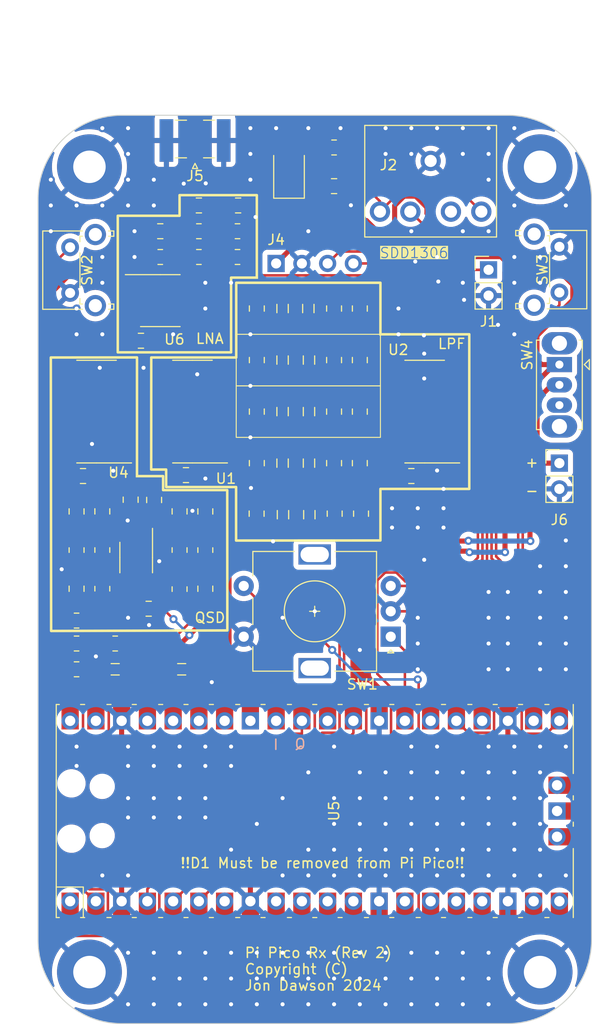
<source format=kicad_pcb>
(kicad_pcb (version 20221018) (generator pcbnew)
  (layers (0 "F.Cu" signal) (31 "B.Cu" signal) (34 "B.Paste" user) (35 "F.Paste" user) (36 "B.SilkS" user "B.Silkscreen") (37 "F.SilkS" user "F.Silkscreen") (38 "B.Mask" user) (39 "F.Mask" user) (44 "Edge.Cuts" user))
  (net 0 "")
  (net 1 "+5V")
  (net 2 "GND")
  (net 3 "LPF_16_30_A")
  (net 4 "LPF_8_16_A")
  (net 5 "Net-(C7-Pad2)")
  (net 6 "LPF_8_16_B")
  (net 7 "Net-(C12-Pad2)")
  (net 8 "LPF_4_8_A")
  (net 9 "Net-(C14-Pad2)")
  (net 10 "LPF_4_8_B")
  (net 11 "LPF_2_4_A")
  (net 12 "LPF_16_30_B")
  (net 13 "Net-(C21-Pad2)")
  (net 14 "LPF_2_4_B")
  (net 15 "Net-(U4-2B2)")
  (net 16 "Net-(U4-2B1)")
  (net 17 "Net-(U4-2B3)")
  (net 18 "Net-(U4-2B4)")
  (net 19 "Net-(U3B--)")
  (net 20 "Net-(U3A--)")
  (net 21 "LPF_1_2_A")
  (net 22 "RX_I")
  (net 23 "RX_Q")
  (net 24 "RF_BPF")
  (net 25 "Net-(U3B-+)")
  (net 26 "Net-(U3A-+)")
  (net 28 "BAND_2")
  (net 29 "BAND_1")
  (net 30 "BAND_0")
  (net 32 "LO_Q")
  (net 38 "LO_I")
  (net 39 "Net-(C34-Pad1)")
  (net 40 "Net-(C37-Pad2)")
  (net 41 "/PI Pico/PUSH")
  (net 42 "LPF_1_2_B")
  (net 47 "Net-(U1-I5)")
  (net 52 "Net-(C39-Pad2)")
  (net 53 "Net-(U5-3V3)")
  (net 54 "Net-(U5-VSYS)")
  (net 55 "/PI Pico/SCL")
  (net 56 "/PI Pico/SDA")
  (net 57 "SPEAKER")
  (net 58 "/PI Pico/ENCODER_A")
  (net 60 "/PI Pico/ENCODER_B")
  (net 65 "/PI Pico/BUTTON_FWD")
  (net 67 "/PI Pico/BUTTON_BACK")
  (net 68 "+3V3")
  (net 74 "Net-(J6-Pin_1)")
  (net 76 "Net-(J1-Pin_1)")
  (net 78 "Net-(J5-In)")
  (net 79 "Net-(C1-Pad1)")
  (net 80 "Net-(U6--)")
  (net 81 "RF_PREAMP")
  (net 82 "Net-(U6-+)")
  (net 84 "Net-(U5-GPIO27_ADC1)")
  (net 85 "Net-(U5-GPIO26_ADC0)")
  (net 86 "Net-(C4-Pad1)")
  (net 87 "Net-(C11-Pad1)")
  (footprint "Resistor_SMD:R_0805_2012Metric" (layer "F.Cu") (at 112.395 114.3 180)
    (fp_text reference "R11" hide)
    (fp_text value "220")
  )
  (footprint "Capacitor_SMD:C_0805_2012Metric" (layer "F.Cu") (at 129.6 139.6 90)
    (fp_text reference "C37" hide)
    (fp_text value "4.7n")
  )
  (footprint "Capacitor_SMD:C_0805_2012Metric" (layer "F.Cu") (at 121.92 129.54 90)
    (fp_text reference "C13" hide)
    (fp_text value "1n")
  )
  (footprint "Inductor_SMD:L_0805_2012Metric_Pad1.05x1.20mm_HandSolder" (layer "F.Cu") (at 124.46 134.62 90)
    (fp_text reference "L6" hide)
    (fp_text value "2.2u")
  )
  (footprint "Resistor_SMD:R_0805_2012Metric" (layer "F.Cu") (at 104.14 152.4)
    (fp_text reference "R13" hide)
    (fp_text value "470")
  )
  (footprint "MountingHole:MountingHole_3.2mm_M3_Pad" (layer "F.Cu") (at 105.41 105.41)
    (fp_text reference "H2" hide)
    (fp_text value "MountingHole_Pad" hide)
  )
  (footprint "Capacitor_SMD:C_0805_2012Metric" (layer "F.Cu") (at 121.92 119.38 90)
    (fp_text reference "C8" hide)
    (fp_text value "330pF")
  )
  (footprint "Capacitor_SMD:C_0805_2012Metric" (layer "F.Cu") (at 104.14 147 -90)
    (fp_text reference "C30" hide)
    (fp_text value "27p")
  )
  (footprint "Button_Switch_THT:SW_Tactile_SPST_Angled_PTS645Vx31-2LFS" (layer "F.Cu") (at 103.5025 117.845 90)
    (fp_text reference "SW2")
    (fp_text value "SW_Push")
  )
  (footprint "Capacitor_SMD:C_0805_2012Metric" (layer "F.Cu") (at 132.08 134.62 90)
    (fp_text reference "C22" hide)
    (fp_text value "1.5n")
  )
  (footprint "Package_SO:MSOP-8-1EP_3x3mm_P0.65mm_EP1.68x1.88mm" (layer "F.Cu") (at 110.02 143.925 -90)
    (fp_text reference "U3" hide)
    (fp_text value "LTC6227")
  )
  (footprint "Resistor_SMD:R_0805_2012Metric" (layer "F.Cu") (at 114.3 147.0375 -90)
    (fp_text reference "R8" hide)
    (fp_text value "100k")
  )
  (footprint "reciever:RPi_Pico_SMD_TH" (layer "F.Cu") (at 127.635 168.91 90)
    (fp_text reference "U5")
    (fp_text value "Pico")
  )
  (footprint "Inductor_SMD:L_0805_2012Metric_Pad1.05x1.20mm_HandSolder" (layer "F.Cu") (at 127.065 124.46 -90)
    (fp_text reference "L2" hide)
    (fp_text value "330n")
  )
  (footprint "Capacitor_SMD:C_0805_2012Metric" (layer "F.Cu") (at 116.84 139.38 -90)
    (fp_text reference "C29" hide)
    (fp_text value "15n")
  )
  (footprint "MountingHole:MountingHole_3.2mm_M3_Pad" (layer "F.Cu") (at 149.86 184.785)
    (fp_text reference "H4" hide)
    (fp_text value "MountingHole_Pad" hide)
  )
  (footprint "Capacitor_Tantalum_SMD:CP_EIA-3528-21_Kemet-B" (layer "F.Cu") (at 125.095 106.045 90)
    (fp_text reference "C39" hide)
    (fp_text value "100u")
  )
  (footprint "Capacitor_SMD:C_0805_2012Metric" (layer "F.Cu") (at 132.08 119.38 90)
    (fp_text reference "C16" hide)
    (fp_text value "330p")
  )
  (footprint "MountingHole:MountingHole_3.2mm_M3_Pad" (layer "F.Cu") (at 105.41 184.785)
    (fp_text reference "H3" hide)
    (fp_text value "MountingHole_Pad" hide)
  )
  (footprint "Resistor_SMD:R_0805_2012Metric" (layer "F.Cu") (at 104.14 150.14)
    (fp_text reference "R15" hide)
    (fp_text value "1k")
  )
  (footprint "Inductor_SMD:L_0805_2012Metric_Pad1.05x1.20mm_HandSolder" (layer "F.Cu") (at 127.065 134.62 -90)
    (fp_text reference "L7" hide)
    (fp_text value "2.2u")
  )
  (footprint "Resistor_SMD:R_0805_2012Metric" (layer "F.Cu") (at 107.95 152.4)
    (fp_text reference "R14" hide)
    (fp_text value "470")
  )
  (footprint "Resistor_SMD:R_0805_2012Metric" (layer "F.Cu") (at 104.14 143.19 90)
    (fp_text reference "R4" hide)
    (fp_text value "100")
  )
  (footprint "Resistor_SMD:R_0805_2012Metric" (layer "F.Cu") (at 106.68 146.995 -90)
    (fp_text reference "R7" hide)
    (fp_text value "100k")
  )
  (footprint "Capacitor_SMD:C_0805_2012Metric" (layer "F.Cu") (at 112.395 111.76 180)
    (fp_text reference "C5" hide)
    (fp_text value "22p")
  )
  (footprint "Rotary_Encoder:RotaryEncoder_Alps_EC11E-Switch_Vertical_H20mm" (layer "F.Cu") (at 135.128 151.725 180)
    (fp_text reference "SW1")
    (fp_text value "RotaryEncoder_Switch")
  )
  (footprint "Inductor_SMD:L_0805_2012Metric_Pad1.05x1.20mm_HandSolder" (layer "F.Cu") (at 124.46 119.38 90)
    (fp_text reference "L13" hide)
    (fp_text value "220n")
  )
  (footprint "Capacitor_SMD:C_0805_2012Metric" (layer "F.Cu") (at 116.84 147 -90)
    (fp_text reference "C31" hide)
    (fp_text value "27p")
  )
  (footprint "Package_SO:SO-8_3.9x4.9mm_P1.27mm" (layer "F.Cu") (at 112.4 118.6)
    (fp_text reference "U6")
    (fp_text value "LTC6226xS8")
  )
  (footprint "Inductor_SMD:L_0805_2012Metric_Pad1.05x1.20mm_HandSolder" (layer "F.Cu") (at 127.1 139.7 -90)
    (fp_text reference "L9" hide)
    (fp_text value "4.7u")
  )
  (footprint "Resistor_SMD:R_0805_2012Metric" (layer "F.Cu") (at 129.54 103.505)
    (fp_text reference "R9" hide)
    (fp_text value "100")
  )
  (footprint "reciever:jack3.5mm switched" (layer "F.Cu") (at 139.065 100.33)
    (fp_text reference "J2")
    (fp_text value "Headphone")
  )
  (footprint "Resistor_SMD:R_0805_2012Metric" (layer "F.Cu") (at 120.015 111.76)
    (fp_text reference "R10" hide)
    (fp_text value "10K")
  )
  (footprint "Package_SO:SOIC-16_3.9x9.9mm_P1.27mm" (layer "F.Cu") (at 115.57 129.54 180)
    (fp_text reference "U1")
    (fp_text value "74CBT3251")
  )
  (footprint "Capacitor_SMD:C_0805_2012Metric" (layer "F.Cu") (at 132.2 139.6 90)
    (fp_text reference "C38" hide)
    (fp_text value "3.3n")
  )
  (footprint "Capacitor_SMD:C_0805_2012Metric" (layer "F.Cu") (at 121.92 134.62 90)
    (fp_text reference "C19" hide)
    (fp_text value "1.5n")
  )
  (footprint "Inductor_SMD:L_0805_2012Metric_Pad1.05x1.20mm_HandSolder" (layer "F.Cu") (at 124.5 139.7 90)
    (fp_text reference "L8" hide)
    (fp_text value "4.7u")
  )
  (footprint "Capacitor_SMD:C_0805_2012Metric" (layer "F.Cu") (at 114.3 139.375 -90)
    (fp_text reference "C27" hide)
    (fp_text value "15n")
  )
  (footprint "reciever:SDD1306" (layer "F.Cu") (at 127.635 114.935)
    (fp_text reference "J4")
    (fp_text value "I2C Display" hide)
  )
  (footprint "Connector_PinHeader_2.54mm:PinHeader_1x02_P2.54mm_Vertical" (layer "F.Cu") (at 151.765 134.62)
    (fp_text reference "J6")
    (fp_text value "Battery")
  )
  (footprint "Inductor_SMD:L_0805_2012Metric" (layer "F.Cu") (at 114.5075 154.94)
    (fp_text reference "FB1" hide)
    (fp_text value "Ferrite_Bead")
  )
  (footprint "Capacitor_SMD:C_0805_2012Metric" (layer "F.Cu") (at 129.54 124.46 90)
    (fp_text reference "C7" hide)
    (fp_text value "1n")
  )
  (footprint "Capacitor_SMD:C_0805_2012Metric" (layer "F.Cu") (at 116.205 109.22 180)
    (fp_text reference "C1" hide)
    (fp_text value "10n")
  )
  (footprint "Capacitor_SMD:C_0805_2012Metric" (layer "F.Cu") (at 120.076 109.22)
    (fp_text reference "C17" hide)
    (fp_text value "100n")
  )
  (footprint "Inductor_SMD:L_0805_2012Metric_Pad1.05x1.20mm_HandSolder" (layer "F.Cu") (at 124.46 129.54 90)
    (fp_text reference "L3" hide)
    (fp_text value "1u")
  )
  (footprint "Connector_Coaxial:SMA_Samtec_SMA-J-P-X-ST-EM1_EdgeMount" (layer "F.Cu") (at 115.824 102.816 180)
    (fp_text reference "J5")
    (fp_text value "Antenna")
  )
  (footprint "Resistor_SMD:R_0805_2012Metric" (layer "F.Cu") (at 114.3 143.185 90)
    (fp_text reference "R5" hide)
    (fp_text value "100")
  )
  (footprint "Button_Switch_THT:SW_Tactile_SPST_Angled_PTS645Vx31-2LFS" (layer "F.Cu") (at 151.7675 113.295 -90)
    (fp_text reference "SW3")
    (fp_text value "SW_Push")
  )
  (footprint "Capacitor_SMD:C_0805_2012Metric" (layer "F.Cu") (at 132.08 129.54 90)
    (fp_text reference "C15" hide)
    (fp_text value "1n")
  )
  (footprint "MountingHole:MountingHole_3.2mm_M3_Pad" (layer "F.Cu") (at 149.86 105.41)
    (fp_text reference "H1" hide)
    (fp_text value "MountingHole_Pad" hide)
  )
  (footprint "Capacitor_SMD:C_0805_2012Metric" (layer "F.Cu") (at 129.54 129.54 90)
    (fp_text reference "C14" hide)
    (fp_text value "1n")
  )
  (footprint "Capacitor_SMD:C_0805_2012Metric" (layer "F.Cu") (at 121.9 139.6 90)
    (fp_text reference "C36" hide)
    (fp_text value "3.3n")
  )
  (footprint "Package_SO:SOIC-16_3.9x9.9mm_P1.27mm" (layer "F.Cu") (at 138.475 129.54 180)
    (fp_text reference "U2")
    (fp_text value "74CBT3251")
  )
  (footprint "Inductor_SMD:L_0805_2012Metric_Pad1.05x1.20mm_HandSolder" (layer "F.Cu") (at 127 119.38 -90)
    (fp_text reference "L5" hide)
    (fp_text value "220n")
  )
  (footprint "Inductor_SMD:L_0805_2012Metric_Pad1.05x1.20mm_HandSolder" (layer "F.Cu") (at 127.065 129.54 -90)
    (fp_text reference "L4" hide)
    (fp_text value "1u")
  )
  (footprint "Capacitor_SMD:C_0805_2012Metric" (layer "F.Cu") (at 129.54 134.62 90)
    (fp_text reference "C21" hide)
    (fp_text value "2.2n")
  )
  (footprint "Capacitor_SMD:C_0805_2012Metric" (layer "F.Cu") (at 137.16 135.89)
    (fp_text reference "C3" hide)
    (fp_text value "100n")
  )
  (footprint "Inductor_SMD:L_0805_2012Metric" (layer "F.Cu") (at 107.95 154.94)
    (fp_text reference "FB2" hide)
    (fp_text value "Ferrite_Bead")
  )
  (footprint "Resistor_SMD:R_0805_2012Metric" (layer "F.Cu") (at 106.68 143.185 90)
    (fp_text reference "R3" hide)
    (fp_text value "100")
  )
  (footprint "Resistor_SMD:R_0805_2012Metric" (layer "F.Cu") (at 104.14 154.94 180)
    (fp_text reference "R16" hide)
    (fp_text value "1k")
  )
  (footprint "Capacitor_SMD:C_0805_2012Metric" (layer "F.Cu") (at 121.92 124.46 90)
    (fp_text reference "C6" hide)
    (fp_text value "680p")
  )
  (footprint "Button_Switch_THT:SW_Slide_1P2T_CK_OS102011MS2Q" (layer "F.Cu") (at 151.765 124.905 -90)
    (fp_text reference "SW4")
    (fp_text value "SW_SPDT")
  )
  (footprint "Capacitor_SMD:C_0805_2012Metric" (layer "F.Cu") (at 109.474 138.225 90)
    (fp_text reference "C4" hide)
    (fp_text value "10u")
  )
  (footprint "Capacitor_SMD:C_0805_2012Metric" (layer "F.Cu") (at 104.14 139.38 -90)
    (fp_text reference "C28" hide)
    (fp_text value "15n")
  )
  (footprint "Resistor_SMD:R_0805_2012Metric" (layer "F.Cu") (at 116.84 143.19 90)
    (fp_text reference "R6" hide)
    (fp_text value "100")
  )
  (footprint "Inductor_SMD:L_0805_2012Metric_Pad1.05x1.20mm_HandSolder" (layer "F.Cu") (at 124.46 124.46 90)
    (fp_text reference "L1" hide)
    (fp_text value "330n")
  )
  (footprint "Connector_PinHeader_2.54mm:PinHeader_1x02_P2.54mm_Vertical" (layer "F.Cu") (at 144.78 115.565)
    (fp_text reference "J1")
    (fp_text value "Speaker")
  )
  (footprint "Capacitor_SMD:C_0805_2012Metric" (layer "F.Cu") (at 106.68 139.375 -90)
    (fp_text reference "C26" hide)
    (fp_text value "15n")
  )
  (footprint "Resistor_SMD:R_0805_2012Metric" (layer "F.Cu") (at 116.205 111.76 180)
    (fp_text reference "R1" hide)
    (fp_text value "47")
  )
  (footprint "Capacitor_SMD:C_0805_2012Metric" (layer "F.Cu") (at 111.252 148.971 180)
    (fp_text reference "C24" hide)
    (fp_text value "100n")
  )
  (footprint "Package_SO:SOIC-16_3.9x9.9mm_P1.27mm" (layer "F.Cu") (at 106.11 129.54 180)
    (fp_text reference "U4")
    (fp_text value "FST3253")
  )
  (footprint "Capacitor_SMD:C_0805_2012Metric" (layer "F.Cu") (at 129.54 107.315)
    (fp_text reference "C34" hide)
    (fp_text value "470n")
  )
  (footprint "Capacitor_SMD:C_0805_2012Metric" (layer "F.Cu") (at 114.93 135.8)
    (fp_text reference "C2" hide)
    (fp_text value "100n")
  )
  (footprint "Capacitor_SMD:C_0805_2012Metric" (layer "F.Cu") (at 104.775 135.89)
    (fp_text reference "C25" hide)
    (fp_text value "100n")
  )
  (footprint "Capacitor_SMD:C_0805_2012Metric" (layer "F.Cu") (at 129.54 119.38 90)
    (fp_text reference "C12" hide)
    (fp_text value "470p")
  )
  (footprint "Capacitor_SMD:C_0805_2012Metric" (layer "F.Cu") (at 111.79 138.25 90)
    (fp_text reference "C11" hide)
    (fp_text value "10u")
  )
  (footprint "Capacitor_SMD:C_0805_2012Metric" (layer "F.Cu") (at 132.08 124.46 90)
    (fp_text reference "C9" hide)
    (fp_text value "680p")
  )
  (footprint "Resistor_SMD:R_0805_2012Metric" (layer "F.Cu") (at 116.205 114.3)
    (fp_text reference "R12" hide)
    (fp_text value "1k")
  )
  (footprint "Capacitor_SMD:C_0805_2012Metric" (layer "F.Cu") (at 110.49 122.555 180)
    (fp_text reference "C10" hide)
    (fp_text value "100n")
  )
  (footprint "Resistor_SMD:R_0805_2012Metric" (layer "F.Cu") (at 120.015 114.3 180)
    (fp_text reference "R2" hide)
    (fp_text value "10K")
  )
  (gr_poly (pts (xy 119.38 123.698) (xy 119.38 116.332) (xy 121.92 116.332) (xy 121.92 108.204) (xy 114.3 108.204) (xy 114.3 110.236) (xy 108.204 110.236) (xy 108.204 123.698) (xy 109.22 123.698)) (stroke (width 0.25)) (fill none) (layer "F.SilkS"))
  (gr_rect (start 119.888 121.92) (end 134.112 127) (stroke (width 0.1)) (fill none) (layer "F.SilkS"))
  (gr_poly (pts (xy 119.01 151.11) (xy 101.63 151.162) (xy 101.6 124.206) (xy 110.1 124.2) (xy 110.1 135.9) (xy 112.675 135.9) (xy 112.675 137.275) (xy 119 137.275)) (stroke (width 0.25)) (fill none) (layer "F.SilkS"))
  (gr_rect (start 119.888 127) (end 134.112 132.08) (stroke (width 0.1)) (fill none) (layer "F.SilkS"))
  (gr_poly (pts (xy 134.112 137.16) (xy 142.875 137.16) (xy 142.875 121.92) (xy 134.112 121.92) (xy 134.112 116.84) (xy 119.888 116.84) (xy 119.888 124.206) (xy 111.506 124.206) (xy 111.5 135.25) (xy 112.975 135.25) (xy 112.975 136.975) (xy 119.875 136.975) (xy 119.875 142.25) (xy 134.112 142.24)) (stroke (width 0.25)) (fill none) (layer "F.SilkS"))
  (gr_poly (pts (arc (start 100.33 181.61) (mid 102.747834 187.447166) (end 108.585 189.865)) (arc (start 146.685 189.865) (mid 152.522166 187.447166) (end 154.94 181.61)) (arc (start 154.94 108.585) (mid 152.522166 102.747834) (end 146.685 100.33)) (arc (start 108.585 100.33) (mid 102.747834 102.747834) (end 100.33 108.585))) (stroke (width 0.1)) (fill none) (layer "Edge.Cuts"))
  (gr_text "Q\n" (at 126.82 162.89) (layer "B.SilkS") (effects (font (size 1 1)) (justify left bottom mirror)))
  (gr_text "I" (at 124.13 162.96) (layer "B.SilkS") (effects (font (size 1 1)) (justify left bottom mirror)))
  (gr_text "!!D1 Must be removed from Pi Pico!!" (at 114.3 174.625) (layer "F.SilkS") (effects (font (size 1 1)) (justify left bottom)))
  (gr_text "LNA" (at 115.824 122.936) (layer "F.SilkS") (effects (font (size 1 1)) (justify left bottom)))
  (gr_text "+" (at 148.336 135.128) (layer "F.SilkS") (effects (font (size 1 1)) (justify left bottom)))
  (gr_text "LPF" (at 139.7 123.444) (layer "F.SilkS") (effects (font (size 1 1)) (justify left bottom)))
  (gr_text "Pi Pico Rx (Rev 2)\nCopyright (C) \nJon Dawson 2024" (at 120.65 186.69) (layer "F.SilkS") (effects (font (size 1 1)) (justify left bottom)))
  (gr_text "-" (at 148.336 137.922) (layer "F.SilkS") (effects (font (size 1 1)) (justify left bottom)))
  (gr_text "QSD" (at 115.7 150.44) (layer "F.SilkS") (effects (font (size 1 1)) (justify left bottom)))
  (segment (start 107.95 111.125) (end 108.68 110.395) (width 0.5) (layer "F.Cu") (net 1))
  (segment (start 136.67 142.3) (end 136.67 136.35) (width 0.5) (layer "F.Cu") (net 1))
  (segment (start 113.795 133.985) (end 113.795 135.7) (width 0.25) (layer "F.Cu") (net 1))
  (segment (start 111.44 121.046472) (end 114.521472 117.965) (width 0.5) (layer "F.Cu") (net 1))
  (segment (start 136.67 142.3) (end 134.117741 142.3) (width 0.5) (layer "F.Cu") (net 1))
  (segment (start 118.664245 144.145) (end 118.478 144.331245) (width 0.5) (layer "F.Cu") (net 1))
  (segment (start 101.54 123.825) (end 110.17 123.825) (width 0.5) (layer "F.Cu") (net 1))
  (segment (start 126.72 106.14) (end 127.16 106.58) (width 0.5) (layer "F.Cu") (net 1))
  (segment (start 103.815 135.88) (end 103.825 135.89) (width 0.5) (layer "F.Cu") (net 1))
  (segment (start 116.205 108.455051) (end 116.622051 108.038) (width 0.5) (layer "F.Cu") (net 1))
  (segment (start 136.67 142.3) (end 142.763968 142.3) (width 0.5) (layer "F.Cu") (net 1))
  (segment (start 113.795 133.985) (end 113.418249 133.985) (width 0.25) (layer "F.Cu") (net 1))
  (segment (start 149.551554 122.061554) (end 149.551554 124.441554) (width 0.5) (layer "F.Cu") (net 1))
  (segment (start 114.13 117.965) (end 114.975 117.965) (width 0.25) (layer "F.Cu") (net 1))
  (segment (start 150.015 124.905) (end 151.765 124.905) (width 0.5) (layer "F.Cu") (net 1))
  (segment (start 122.555 144.145) (end 118.664245 144.145) (width 0.5) (layer "F.Cu") (net 1))
  (segment (start 132.736345 110.71) (end 134.276345 112.25) (width 0.5) (layer "F.Cu") (net 1))
  (segment (start 135.515 112.067082) (end 135.515 109.22939) (width 0.5) (layer "F.Cu") (net 1))
  (segment (start 111.44 122.555) (end 111.44 121.046472) (width 0.5) (layer "F.Cu") (net 1))
  (segment (start 114.521472 117.965) (end 114.975 117.965) (width 0.5) (layer "F.Cu") (net 1))
  (segment (start 122.742 108.038) (end 122.742 106.658) (width 0.5) (layer "F.Cu") (net 1))
  (segment (start 101.54 135.88) (end 103.815 135.88) (width 0.5) (layer "F.Cu") (net 1))
  (segment (start 136.67 136.35) (end 136.21 135.89) (width 0.5) (layer "F.Cu") (net 1))
  (segment (start 112.671 148.971) (end 113.7 150) (width 0.25) (layer "F.Cu") (net 1))
  (segment (start 120.9275 114.3) (end 122.742 112.4855) (width 0.5) (layer "F.Cu") (net 1))
  (segment (start 135.515 109.22939) (end 136.44439 108.3) (width 0.5) (layer "F.Cu") (net 1))
  (segment (start 142.763968 142.3) (end 142.792 142.271968) (width 0.5) (layer "F.Cu") (net 1))
  (segment (start 123.26 106.14) (end 126.72 106.14) (width 0.5) (layer "F.Cu") (net 1))
  (segment (start 134.276345 112.25) (end 135.332082 112.25) (width 0.5) (layer "F.Cu") (net 1))
  (segment (start 153.0925 118.520608) (end 149.551554 122.061554) (width 0.5) (layer "F.Cu") (net 1))
  (segment (start 107.95 114.232082) (end 107.95 111.125) (width 0.5) (layer "F.Cu") (net 1))
  (segment (start 112.202 148.971) (end 112.671 148.971) (width 0.25) (layer "F.Cu") (net 1))
  (segment (start 104.323667 115.15) (end 107.032082 115.15) (width 0.5) (layer "F.Cu") (net 1))
  (segment (start 118.478 148.361246) (end 115.269623 151.569623) (width 0.5) (layer "F.Cu") (net 1))
  (segment (start 109.0125 154.94) (end 111.899245 154.94) (width 0.5) (layer "F.Cu") (net 1))
  (segment (start 108.68 110.395) (end 115.794949 110.395) (width 0.5) (layer "F.Cu") (net 1))
  (segment (start 117.778173 136.985) (end 115.165 136.985) (width 0.5) (layer "F.Cu") (net 1))
  (segment (start 107.032082 115.15) (end 107.95 114.232082) (width 0.5) (layer "F.Cu") (net 1))
  (segment (start 122.742 106.658) (end 123.26 106.14) (width 0.5) (layer "F.Cu") (net 1))
  (segment (start 110.995 146.075) (end 112.202 147.282) (width 0.25) (layer "F.Cu") (net 1))
  (segment (start 118.478 144.331245) (end 118.478 148.361246) (width 0.5) (layer "F.Cu") (net 1))
  (segment (start 122.742 112.4855) (end 122.742 108.038) (width 0.5) (layer "F.Cu") (net 1))
  (segment (start 129.88 110.71) (end 132.736345 110.71) (width 0.5) (layer "F.Cu") (net 1))
  (segment (start 136.21 134.195) (end 136 133.985) (width 0.25) (layer "F.Cu") (net 1))
  (segment (start 127.16 106.58) (end 127.16 107.99) (width 0.5) (layer "F.Cu") (net 1))
  (segment (start 134.117741 142.3) (end 130.427741 145.99) (width 0.5) (layer "F.Cu") (net 1))
  (segment (start 151.21 115.15) (end 153.0925 117.0325) (width 0.5) (layer "F.Cu") (net 1))
  (segment (start 115.165 136.985) (end 113.98 135.8) (width 0.5) (layer "F.Cu") (net 1))
  (segment (start 116.205 109.984949) (end 116.205 108.455051) (width 0.5) (layer "F.Cu") (net 1))
  (segment (start 138.7 109.41439) (end 138.7 110) (width 0.5) (layer "F.Cu") (net 1))
  (segment (start 130.427741 145.99) (end 124.4 145.99) (width 0.5) (layer "F.Cu") (net 1))
  (segment (start 111.899245 154.94) (end 115.269623 151.569623) (width 0.5) (layer "F.Cu") (net 1))
  (segment (start 118.664245 144.145) (end 118.664245 137.871072) (width 0.5) (layer "F.Cu") (net 1))
  (segment (start 118.664245 137.871072) (end 117.778173 136.985) (width 0.5) (layer "F.Cu") (net 1))
  (segment (start 145.995 114.265) (end 146.88 115.15) (width 0.5) (layer "F.Cu") (net 1))
  (segment (start 149.551554 124.441554) (end 150.015 124.905) (width 0.5) (layer "F.Cu") (net 1))
  (segment (start 101.54 117.933667) (end 104.323667 115.15) (width 0.5) (layer "F.Cu") (net 1))
  (segment (start 112.202 147.282) (end 112.202 148.971) (width 0.25) (layer "F.Cu") (net 1))
  (segment (start 136.44439 108.3) (end 137.58561 108.3) (width 0.5) (layer "F.Cu") (net 1))
  (segment (start 135.332082 112.25) (end 135.515 112.067082) (width 0.5) (layer "F.Cu") (net 1))
  (segment (start 151.765 124.905) (end 151.265 124.905) (width 0.5) (layer "F.Cu") (net 1))
  (segment (start 127.16 107.99) (end 129.88 110.71) (width 0.5) (layer "F.Cu") (net 1))
  (segment (start 116.622051 108.038) (end 122.742 108.038) (width 0.5) (layer "F.Cu") (net 1))
  (segment (start 124.4 145.99) (end 122.555 144.145) (width 0.5) (layer "F.Cu") (net 1))
  (segment (start 137.58561 108.3) (end 138.7 109.41439) (width 0.5) (layer "F.Cu") (net 1))
  (segment (start 151.265 124.905) (end 148.865 127.305) (width 0.5) (layer "F.Cu") (net 1))
  (segment (start 148.865 142.265) (end 148.865 127.305) (width 0.5) (layer "F.Cu") (net 1))
  (segment (start 103.825 134.175) (end 103.635 133.985) (width 0.25) (layer "F.Cu") (net 1))
  (segment (start 101.54 123.825) (end 101.54 117.933667) (width 0.5) (layer "F.Cu") (net 1))
  (segment (start 115.794949 110.395) (end 116.205 109.984949) (width 0.5) (layer "F.Cu") (net 1))
  (segment (start 136.21 135.89) (end 136.21 134.195) (width 0.25) (layer "F.Cu") (net 1))
  (segment (start 142.965 114.265) (end 145.995 114.265) (width 0.5) (layer "F.Cu") (net 1))
  (segment (start 101.54 123.825) (end 101.54 135.88) (width 0.5) (layer "F.Cu") (net 1))
  (segment (start 153.0925 117.0325) (end 153.0925 118.520608) (width 0.5) (layer "F.Cu") (net 1))
  (segment (start 138.7 110) (end 142.965 114.265) (width 0.5) (layer "F.Cu") (net 1))
  (segment (start 110.17 123.825) (end 111.44 122.555) (width 0.5) (layer "F.Cu") (net 1))
  (segment (start 103.825 135.89) (end 103.825 134.175) (width 0.25) (layer "F.Cu") (net 1))
  (segment (start 146.88 115.15) (end 151.21 115.15) (width 0.5) (layer "F.Cu") (net 1))
  (segment (start 148.9 142.3) (end 148.865 142.265) (width 0.5) (layer "F.Cu") (net 1))
  (via (at 115.269623 151.569623) (size 0.8) (drill 0.4) (layers "F.Cu" "B.Cu") (net 1))
  (via (at 148.9 142.3) (size 0.8) (drill 0.4) (layers "F.Cu" "B.Cu") (net 1))
  (via (at 113.7 150) (size 0.8) (drill 0.4) (layers "F.Cu" "B.Cu") (net 1))
  (via (at 142.792 142.271968) (size 0.8) (drill 0.4) (layers "F.Cu" "B.Cu") (net 1))
  (segment (start 148.9 142.3) (end 142.820032 142.3) (width 0.5) (layer "B.Cu") (net 1))
  (segment (start 142.820032 142.3) (end 142.792 142.271968) (width 0.5) (layer "B.Cu") (net 1))
  (segment (start 113.7 150) (end 115.269623 151.569623) (width 0.25) (layer "B.Cu") (net 1))
  (segment (start 108.585 134.545) (end 107.76 135.37) (width 0.25) (layer "F.Cu") (net 2))
  (segment (start 105.725 135.89) (end 105.725 136.205) (width 0.25) (layer "F.Cu") (net 2))
  (segment (start 140.95 126.365) (end 138.5195 126.365) (width 0.25) (layer "F.Cu") (net 2))
  (segment (start 120.9275 111.2285) (end 121.793 110.363) (width 0.25) (layer "F.Cu") (net 2))
  (segment (start 109.22 149.86) (end 109.413 149.86) (width 0.25) (layer "F.Cu") (net 2))
  (segment (start 121.92 120.33) (end 121.92 121.285) (width 0.25) (layer "F.Cu") (net 2))
  (segment (start 105.0525 154.94) (end 105.0525 154.6625) (width 0.25) (layer "F.Cu") (net 2))
  (segment (start 108.585 133.985) (end 108.585 134.545) (width 0.25) (layer "F.Cu") (net 2))
  (segment (start 122.65 121.38) (end 128.49 121.38) (width 0.25) (layer "F.Cu") (net 2))
  (segment (start 122.65 126.46) (end 128.49 126.46) (width 0.25) (layer "F.Cu") (net 2))
  (segment (start 121.026 111.6615) (end 120.9275 111.76) (width 0.25) (layer "F.Cu") (net 2))
  (segment (start 107.76 135.37) (end 107.76 137.345) (width 0.25) (layer "F.Cu") (net 2))
  (segment (start 138.5195 126.365) (end 138.43 126.2755) (width 0.25) (layer "F.Cu") (net 2))
  (segment (start 109.045 140.4095) (end 109.18 140.2745) (width 0.25) (layer "F.Cu") (net 2))
  (segment (start 121.92 131.445) (end 121.285 132.08) (width 0.25) (layer "F.Cu") (net 2))
  (segment (start 129.54 125.41) (end 132.08 125.41) (width 0.25) (layer "F.Cu") (net 2))
  (segment (start 121.92 130.49) (end 122.97 131.54) (width 0.25) (layer "F.Cu") (net 2))
  (segment (start 121.92 136.492463) (end 121.343885 137.068578) (width 0.25) (layer "F.Cu") (net 2))
  (segment (start 102.35 149.2625) (end 102.35 145.4) (width 0.25) (layer "F.Cu") (net 2))
  (segment (start 102.35 144.76) (end 102.67 145.08) (width 0.25) (layer "F.Cu") (net 2))
  (segment (start 121.92 126.365) (end 121.285 127) (width 0.25) (layer "F.Cu") (net 2))
  (segment (start 115.885 135.89) (end 116.600755 135.89) (width 0.25) (layer "F.Cu") (net 2))
  (segment (start 123.05 141.7) (end 128.45 141.7) (width 0.25) (layer "F.Cu") (net 2))
  (segment (start 129.54 130.49) (end 132.08 130.49) (width 0.25) (layer "F.Cu") (net 2))
  (segment (start 121.92 125.73) (end 122.65 126.46) (width 0.25) (layer "F.Cu") (net 2))
  (segment (start 123.05 141.86) (end 123.52 142.33) (width 0.25) (layer "F.Cu") (net 2))
  (segment (start 121.9 140.55) (end 123.05 141.7) (width 0.25) (layer "F.Cu") (net 2))
  (segment (start 137.16 149.225) (end 135.128 149.225) (width 0.25) (layer "F.Cu") (net 2))
  (segment (start 105.645 132.715) (end 105.66 132.73) (width 0.25) (layer "F.Cu") (net 2))
  (segment (start 121.92 120.33) (end 121.92 120.65) (width 0.25) (layer "F.Cu") (net 2))
  (segment (start 128.49 121.38) (end 129.54 120.33) (width 0.25) (layer "F.Cu") (net 2))
  (segment (start 120.9275 111.76) (end 120.9275 111.2285) (width 0.25) (layer "F.Cu") (net 2))
  (segment (start 121.92 121.285) (end 121.285 121.92) (width 0.25) (layer "F.Cu") (net 2))
  (segment (start 123.05 141.7) (end 123.05 141.86) (width 0.25) (layer "F.Cu") (net 2))
  (segment (start 102.35 140.22) (end 102.35 144.76) (width 0.25) (layer "F.Cu") (net 2))
  (segment (start 116.600755 135.89) (end 116.845755 136.135) (width 0.25) (layer "F.Cu") (net 2))
  (segment (start 109.825 122.27) (end 109.54 122.555) (width 0.25) (layer "F.Cu") (net 2))
  (segment (start 139.7 125.095) (end 138.43 123.825) (width 0.25) (layer "F.Cu") (net 2))
  (segment (start 122.97 136.62) (end 128.49 136.62) (width 0.25) (layer "F.Cu") (net 2))
  (segment (start 140.95 125.095) (end 139.7 125.095) (width 0.25) (layer "F.Cu") (net 2))
  (segment (start 129.54 120.33) (end 132.08 120.33) (width 0.25) (layer "F.Cu") (net 2))
  (segment (start 105.725 132.795) (end 105.66 132.73) (width 0.25) (layer "F.Cu") (net 2))
  (segment (start 109.413 149.86) (end 110.302 148.971) (width 0.25) (layer "F.Cu") (net 2))
  (segment (start 121.92 130.49) (end 121.92 131.445) (width 0.25) (layer "F.Cu") (net 2))
  (segment (start 111.955 109.025) (end 111.76 109.22) (width 0.25) (layer "F.Cu") (net 2))
  (segment (start 121.92 125.41) (end 121.92 125.73) (width 0.25) (layer "F.Cu") (net 2))
  (segment (start 103.2275 150.14) (end 102.35 149.2625) (width 0.25) (layer "F.Cu") (net 2))
  (segment (start 105.725 135.89) (end 105.725 132.795) (width 0.25) (layer "F.Cu") (net 2))
  (segment (start 105.0525 154.6625) (end 106.045 153.67) (width 0.25) (layer "F.Cu") (net 2))
  (segment (start 109.045 141.775) (end 109.045 140.4095) (width 0.25) (layer "F.Cu") (net 2))
  (segment (start 121.026 109.22) (end 121.026 111.6615) (width 0.25) (layer "F.Cu") (net 2))
  (segment (start 121.92 120.65) (end 122.65 121.38) (width 0.25) (layer "F.Cu") (net 2))
  (segment (start 103.635 132.715) (end 105.645 132.715) (width 0.25) (layer "F.Cu") (net 2))
  (segment (start 121.92 125.41) (end 121.92 126.365) (width 0.25) (layer "F.Cu") (net 2))
  (segment (start 107.76 137.345) (end 106.68 138.425) (width 0.25) (layer "F.Cu") (net 2))
  (segment (start 122.97 131.54) (end 128.49 131.54) (width 0.25) (layer "F.Cu") (net 2))
  (segment (start 121.92 135.57) (end 121.92 136.492463) (width 0.25) (layer "F.Cu") (net 2))
  (segment (start 129.6 140.55) (end 132.2 140.55) (width 0.25) (layer "F.Cu") (net 2))
  (segment (start 114.3 138.425) (end 116.835 138.425) (width 0.25) (layer "F.Cu") (net 2))
  (segment (start 129.54 135.57) (end 132.08 135.57) (width 0.25) (layer "F.Cu") (net 2))
  (segment (start 121.92 135.57) (end 122.97 136.62) (width 0.25) (layer "F.Cu") (net 2))
  (segment (start 104.14 138.43) (end 102.35 140.22) (width 0.25) (layer "F.Cu") (net 2))
  (segment (start 116.459 138.43) (end 115.57 139.319) (width 0.25) (layer "F.Cu") (net 2))
  (segment (start 102.35 145.4) (end 102.67 145.08) (width 0.25) (layer "F.Cu") (net 2))
  (segment (start 128.49 126.46) (end 129.54 125.41) (width 0.25) (layer "F.Cu") (net 2))
  (segment (start 128.45 141.7) (end 129.6 140.55) (width 0.25) (layer "F.Cu") (net 2))
  (segment (start 109.825 120.505) (end 109.825 122.27) (width 0.25) (layer "F.Cu") (net 2))
  (segment (start 128.49 136.62) (end 129.54 135.57) (width 0.25) (layer "F.Cu") (net 2))
  (segment (start 128.49 131.54) (end 129.54 130.49) (width 0.25) (layer "F.Cu") (net 2))
  (segment (start 116.84 138.43) (end 116.459 138.43) (width 0.25) (layer "F.Cu") (net 2))
  (segment (start 137.795 149.86) (end 137.16 149.225) (width 0.25) (layer "F.Cu") (net 2))
  (via (at 130.175 101.6) (size 0.8) (drill 0.4) (layers "F.Cu" "B.Cu") (net 2))
  (via (at 119.38 162.56) (size 0.8) (drill 0.4) (layers "F.Cu" "B.Cu") (net 2))
  (via (at 116.041 125.861653) (size 0.8) (drill 0.4) (layers "F.Cu" "B.Cu") (net 2))
  (via (at 144.78 162.56) (size 0.8) (drill 0.4) (layers "F.Cu" "B.Cu") (net 2))
  (via (at 109.22 109.22) (size 0.8) (drill 0.4) (layers "F.Cu" "B.Cu") (net 2))
  (via (at 121.343885 137.068578) (size 0.8) (drill 0.4) (layers "F.Cu" "B.Cu") (net 2))
  (via (at 114.3 162.56) (size 0.8) (drill 0.4) (layers "F.Cu" "B.Cu") (net 2))
  (via (at 132.08 172.72) (size 0.8) (drill 0.4) (layers "F.Cu" "B.Cu") (net 2))
  (via (at 137.16 170.18) (size 0.8) (drill 0.4) (layers "F.Cu" "B.Cu") (net 2))
  (via (at 137.16 167.64) (size 0.8) (drill 0.4) (layers "F.Cu" "B.Cu") (net 2))
  (via (at 111.76 187.96) (size 0.8) (drill 0.4) (layers "F.Cu" "B.Cu") (net 2))
  (via (at 111.76 164.465) (size 0.8) (drill 0.4) (layers "F.Cu" "B.Cu") (net 2))
  (via (at 127 182.88) (size 0.8) (drill 0.4) (layers "F.Cu" "B.Cu") (net 2))
  (via (at 147.32 121.92) (size 0.8) (drill 0.4) (layers "F.Cu" "B.Cu") (net 2))
  (via (at 132.08 175.26) (size 0.8) (drill 0.4) (layers "F.Cu" "B.Cu") (net 2))
  (via (at 111.76 169.545) (size 0.8) (drill 0.4) (layers "F.Cu" "B.Cu") (net 2))
  (via (at 119.38 172.72) (size 0.8) (drill 0.4) (layers "F.Cu" "B.Cu") (net 2))
  (via (at 127.635 149.225) (size 0.8) (drill 0.4) (layers "F.Cu" "B.Cu") (net 2))
  (via (at 134.62 187.96) (size 0.8) (drill 0.4) (layers "F.Cu" "B.Cu") (net 2))
  (via (at 137.16 162.56) (size 0.8) (drill 0.4) (layers "F.Cu" "B.Cu") (net 2))
  (via (at 138.43 126.2755) (size 0.8) (drill 0.4) (layers "F.Cu" "B.Cu") (net 2))
  (via (at 147.32 116.84) (size 0.8) (drill 0.4) (layers "F.Cu" "B.Cu") (net 2))
  (via (at 144.78 187.96) (size 0.8) (drill 0.4) (layers "F.Cu" "B.Cu") (net 2))
  (via (at 117.475 156.21) (size 0.8) (drill 0.4) (layers "F.Cu" "B.Cu") (net 2))
  (via (at 109.22 149.86) (size 0.8) (drill 0.4) (layers "F.Cu" "B.Cu") (net 2))
  (via (at 149.86 167.64) (size 0.8) (drill 0.4) (layers "F.Cu" "B.Cu") (net 2))
  (via (at 138.43 144.145) (size 0.8) (drill 0.4) (layers "F.Cu" "B.Cu") (net 2))
  (via (at 119.38 185.42) (size 0.8) (drill 0.4) (layers "F.Cu" "B.Cu") (net 2))
  (via (at 149.86 165.1) (size 0.8) (drill 0.4) (layers "F.Cu" "B.Cu") (net 2))
  (via (at 152.4 175.26) (size 0.8) (drill 0.4) (layers "F.Cu" "B.Cu") (net 2))
  (via (at 104.14 119.38) (size 0.8) (drill 0.4) (layers "F.Cu" "B.Cu") (net 2))
  (via (at 134.62 165.1) (size 0.8) (drill 0.4) (layers "F.Cu" "B.Cu") (net 2))
  (via (at 127 185.42) (size 0.8) (drill 0.4) (layers "F.Cu" "B.Cu") (net 2))
  (via (at 146.685 154.94) (size 0.8) (drill 0.4) (layers "F.Cu" "B.Cu") (net 2))
  (via (at 139.7 187.96) (size 0.8) (drill 0.4) (layers "F.Cu" "B.Cu") (net 2))
  (via (at 144.78 101.6) (size 0.8) (drill 0.4) (layers "F.Cu" "B.Cu") (net 2))
  (via (at 152.4 142.24) (size 0.8) (drill 0.4) (layers "F.Cu" "B.Cu") (net 2))
  (via (at 121.285 101.6) (size 0.8) (drill 0.4) (layers "F.Cu" "B.Cu") (net 2))
  (via (at 111.76 109.22) (size 0.8) (drill 0.4) (layers "F.Cu" "B.Cu") (net 2))
  (via (at 149.86 162.56) (size 0.8) (drill 0.4) (layers "F.Cu" "B.Cu") (net 2))
  (via (at 113.665 121.92) (size 0.8) (drill 0.4) (layers "F.Cu" "B.Cu") (net 2))
  (via (at 142.24 182.88) (size 0.8) (drill 0.4) (layers "F.Cu" "B.Cu") (net 2))
  (via (at 109.22 182.88) (size 0.8) (drill 0.4) (layers "F.Cu" "B.Cu") (net 2))
  (via (at 147.32 114.3) (size 0.8) (drill 0.4) (layers "F.Cu" "B.Cu") (net 2))
  (via (at 104.14 162.56) (size 0.8) (drill 0.4) (layers "F.Cu" "B.Cu") (net 2))
  (via (at 152.4 154.94) (size 0.8) (drill 0.4) (layers "F.Cu" "B.Cu") (net 2))
  (via (at 144.78 154.94) (size 0.8) (drill 0.4) (layers "F.Cu" "B.Cu") (net 2))
  (via (at 144.78 170.18) (size 0.8) (drill 0.4) (layers "F.Cu" "B.Cu") (net 2))
  (via (at 137.16 175.26) (size 0.8) (drill 0.4) (layers "F.Cu" "B.Cu") (net 2))
  (via (at 147.32 175.26) (size 0.8) (drill 0.4) (layers "F.Cu" "B.Cu") (net 2))
  (via (at 139.7 185.42) (size 0.8) (drill 0.4) (layers "F.Cu" "B.Cu") (net 2))
  (via (at 149.86 152.4) (size 0.8) (drill 0.4) (layers "F.Cu" "B.Cu") (net 2))
  (via (at 114.3 185.42) (size 0.8) (drill 0.4) (layers "F.Cu" "B.Cu") (net 2))
  (via (at 139.7 165.1) (size 0.8) (drill 0.4) (layers "F.Cu" "B.Cu") (net 2))
  (via (at 116.845755 136.135) (size 0.8) (drill 0.4) (layers "F.Cu" "B.Cu") (net 2))
  (via (at 135.89 121.92) (size 0.8) (drill 0.4) (layers "F.Cu" "B.Cu") (net 2))
  (via (at 144.78 175.26) (size 0.8) (drill 0.4) (layers "F.Cu" "B.Cu") (net 2))
  (via (at 144.78 167.64) (size 0.8) (drill 0.4) (layers "F.Cu" "B.Cu") (net 2))
  (via (at 127 175.26) (size 0.8) (drill 0.4) (layers "F.Cu" "B.Cu") (net 2))
  (via (at 134.62 101.6) (size 0.8) (drill 0.4) (layers "F.Cu" "B.Cu") (net 2))
  (via (at 111.76 167.64) (size 0.8) (drill 0.4) (layers "F.Cu" "B.Cu") (net 2))
  (via (at 109.22 164.465) (size 0.8) (drill 0.4) (layers "F.Cu" "B.Cu") (net 2))
  (via (at 127 101.6) (size 0.8) (drill 0.4) (layers "F.Cu" "B.Cu") (net 2))
  (via (at 109.22 162.56) (size 0.8) (drill 0.4) (layers "F.Cu" "B.Cu") (net 2))
  (via (at 149.86 154.94) (size 0.8) (drill 0.4) (layers "F.Cu" "B.Cu") (net 2))
  (via (at 137.795 149.86) (size 0.8) (drill 0.4) (layers "F.Cu" "B.Cu") (net 2))
  (via (at 137.795 154.94) (size 0.8) (drill 0.4) (layers "F.Cu" "B.Cu") (net 2))
  (via (at 137.16 172.72) (size 0.8) (drill 0.4) (layers "F.Cu" "B.Cu") (net 2))
  (via (at 129.54 175.26) (size 0.8) (drill 0.4) (layers "F.Cu" "B.Cu") (net 2))
  (via (at 138.400856 122.025) (size 0.8) (drill 0.4) (layers "F.Cu" "B.Cu") (net 2))
  (via (at 144.78 172.72) (size 0.8) (drill 0.4) (layers "F.Cu" "B.Cu") (net 2))
  (via (at 121.285 121.92) (size 0.8) (drill 0.4) (layers "F.Cu" "B.Cu") (net 2))
  (via (at 149.86 149.86) (size 0.8) (drill 0.4) (layers "F.Cu" "B.Cu") (net 2))
  (via (at 149.86 144.78) (size 0.8) (drill 0.4) (layers "F.Cu" "B.Cu") (net 2))
  (via (at 132.08 153.035) (size 0.8) (drill 0.4) (layers "F.Cu" "B.Cu") (net 2))
  (via (at 114.3 187.96) (size 0.8) (drill 0.4) (layers "F.Cu" "B.Cu") (net 2))
  (via (at 129.54 167.64) (size 0.8) (drill 0.4) (layers "F.Cu" "B.Cu") (net 2))
  (via (at 109.18 140.2745) (size 0.8) (drill 0.4) (layers "F.Cu" "B.Cu") (net 2))
  (via (at 116.84 116.84) (size 0.8) (drill 0.4) (layers "F.Cu" "B.Cu") (net 2))
  (via (at 137.16 182.88) (size 0.8) (drill 0.4) (layers "F.Cu" "B.Cu") (net 2))
  (via (at 142.24 104.14) (size 0.8) (drill 0.4) (layers "F.Cu" "B.Cu") (net 2))
  (via (at 121.285 127) (size 0.8) (drill 0.4) (layers "F.Cu" "B.Cu") (net 2))
  (via (at 106.68 175.26) (size 0.8) (drill 0.4) (layers "F.Cu" "B.Cu") (net 2))
  (via (at 147.32 109.22) (size 0.8) (drill 0.4) (layers "F.Cu" "B.Cu") (net 2))
  (via (at 152.4 162.56) (size 0.8) (drill 0.4) (layers "F.Cu" "B.Cu") (net 2))
  (via (at 142.24 165.1) (size 0.8) (drill 0.4) (layers "F.Cu" "B.Cu") (net 2))
  (via (at 106.68 109.22) (size 0.8) (drill 0.4) (layers "F.Cu" "B.Cu") (net 2))
  (via (at 132.08 182.88) (size 0.8) (drill 0.4) (layers "F.Cu" "B.Cu") (net 2))
  (via (at 144.78 149.86) (size 0.8) (drill 0.4) (layers "F.Cu" "B.Cu") (net 2))
  (via (at 137.16 187.96) (size 0.8) (drill 0.4) (layers "F.Cu" "B.Cu") (net 2))
  (via (at 129.54 172.72) (size 0.8) (drill 0.4) (layers "F.Cu" "B.Cu") (net 2))
  (via (at 147.32 167.64) (size 0.8) (drill 0.4) (layers "F.Cu" "B.Cu") (net 2))
  (via (at 134.62 185.42) (size 0.8) (drill 0.4) (layers "F.Cu" "B.Cu") (net 2))
  (via (at 147.32 101.6) (size 0.8) (drill 0.4) (layers "F.Cu" "B.Cu") (net 2))
  (via (at 137.16 185.42) (size 0.8) (drill 0.4) (layers "F.Cu" "B.Cu") (net 2))
  (via (at 119.38 116.84) (size 0.8) (drill 0.4) (layers "F.Cu" "B.Cu") (net 2))
  (via (at 137.16 111.76) (size 0.8) (drill 0.4) (layers "F.Cu" "B.Cu") (net 2))
  (via (at 149.86 172.72) (size 0.8) (drill 0.4) (layers "F.Cu" "B.Cu") (net 2))
  (via (at 134.62 104.14) (size 0.8) (drill 0.4) (layers "F.Cu" "B.Cu") (net 2))
  (via (at 127 187.96) (size 0.8) (drill 0.4) (layers "F.Cu" "B.Cu") (net 2))
  (via (at 114.3 182.88) (size 0.8) (drill 0.4) (layers "F.Cu" "B.Cu") (net 2))
  (via (at 152.4 144.78) (size 0.8) (drill 0.4) (layers "F.Cu" "B.Cu") (net 2))
  (via (at 109.22 187.96) (size 0.8) (drill 0.4) (layers "F.Cu" "B.Cu") (net 2))
  (via (at 139.7 167.64) (size 0.8) (drill 0.4) (layers "F.Cu" "B.Cu") (net 2))
  (via (at 129.54 182.88) (size 0.8) (drill 0.4) (layers "F.Cu" "B.Cu") (net 2))
  (via (at 124.46 187.96) (size 0.8) (drill 0.4) (layers "F.Cu" "B.Cu") (net 2))
  (via (at 127 165.1) (size 0.8) (drill 0.4) (layers "F.Cu" "B.Cu") (net 2))
  (via (at 124.46 182.88) (size 0.8) (drill 0.4) (layers "F.Cu" "B.Cu") (net 2))
  (via (at 132.08 165.1) (size 0.8) (drill 0.4) (layers "F.Cu" "B.Cu") (net 2))
  (via (at 142.24 172.72) (size 0.8) (drill 0.4) (layers "F.Cu" "B.Cu") (net 2))
  (via (at 123.825 101.6) (size 0.8) (drill 0.4) (layers "F.Cu" "B.Cu") (net 2))
  (via (at 116.84 119.38) (size 0.8) (drill 0.4) (layers "F.Cu" "B.Cu") (net 2))
  (via (at 137.16 104.14) (size 0.8) (drill 0.4) (layers "F.Cu" "B.Cu") (net 2))
  (via (at 149.86 147.32) (size 0.8) (drill 0.4) (layers "F.Cu" "B.Cu") (net 2))
  (via (at 121.285 106.68) (size 0.8) (drill 0.4) (layers "F.Cu" "B.Cu") (net 2))
  (via (at 149.86 170.18) (size 0.8) (drill 0.4) (layers "F.Cu" "B.Cu") (net 2))
  (via (at 119.38 182.88) (size 0.8) (drill 0.4) (layers "F.Cu" "B.Cu") (net 2))
  (via (at 111.76 182.88) (size 0.8) (drill 0.4) (layers "F.Cu" "B.Cu") (net 2))
  (via (at 137.795 139.065) (size 0.8) (drill 0.4) (layers "F.Cu" "B.Cu") (net 2))
  (via (at 139.7 101.6) (size 0.8) (drill 0.4) (layers "F.Cu" "B.Cu") (net 2))
  (via (at 121.92 187.96) (size 0.8) (drill 0.4) (layers "F.Cu" "B.Cu") (net 2))
  (via (at 134.62 172.72) (size 0.8) (drill 0.4) (layers "F.Cu" "B.Cu") (net 2))
  (via (at 144.78 185.42) (size 0.8) (drill 0.4) (layers "F.Cu" "B.Cu") (net 2))
  (via (at 102.67 145.08) (size 0.8) (drill 0.4) (layers "F.Cu" "B.Cu") (net 2))
  (via (at 142.24 187.96) (size 0.8) (drill 0.4) (layers "F.Cu" "B.Cu") (net 2))
  (via (at 152.4 152.4) (size 0.8) (drill 0.4) (layers "F.Cu" "B.Cu") (net 2))
  (via (at 146.685 147.32) (size 0.8) (drill 0.4) (layers "F.Cu" "B.Cu") (net 2))
  (via (at 109.22 175.26) (size 0.8) (drill 0.4) (layers "F.Cu" "B.Cu") (net 2))
  (via (at 140.335 140.97) (size 0.8) (drill 0.4) (layers "F.Cu" "B.Cu") (net 2))
  (via (at 116.84 164.465) (size 0.8) (drill 0.4) (layers "F.Cu" "B.Cu") (net 2))
  (via (at 140.335 137.16) (size 0.8) (drill 0.4) (layers "F.Cu" "B.Cu") (net 2))
  (via (at 116.84 162.56) (size 0.8) (drill 0.4) (layers "F.Cu" "B.Cu") (net 2))
  (via (at 101.6 106.68) (size 0.8) (drill 0.4) (layers "F.Cu" "B.Cu") (net 2))
  (via (at 116.84 187.96) (size 0.8) (drill 0.4) (layers "F.Cu" "B.Cu") (net 2))
  (via (at 144.78 104.14) (size 0.8) (drill 0.4) (layers "F.Cu" "B.Cu") (net 2))
  (via (at 109.22 106.68) (size 0.8) (drill 0.4) (layers "F.Cu" "B.Cu") (net 2))
  (via (at 114.71 107.07) (size 0.8) (drill 0.4) (layers "F.Cu" "B.Cu") (net 2))
  (via (at 149.86 114.3) (size 0.8) (drill 0.4) (layers "F.Cu" "B.Cu") (net 2))
  (via (at 139.7 172.72) (size 0.8) (drill 0.4) (layers "F.Cu" "B.Cu") (net 2))
  (via (at 107.76 135.37) (size 0.8) (drill 0.4) (layers "F.Cu" "B.Cu") (net 2))
  (via (at 144.78 111.76) (size 0.8) (drill 0.4) (layers "F.Cu" "B.Cu") (net 2))
  (via (at 147.32 172.72) (size 0.8) (drill 0.4) (layers "F.Cu" "B.Cu") (net 2))
  (via (at 106.68 116.84) (size 0.8) (drill 0.4) (layers "F.Cu" "B.Cu") (net 2))
  (via (at 109.855 111.76) (size 0.8) (drill 0.4) (layers "F.Cu" "B.Cu") (net 2))
  (via (at 129.54 162.56) (size 0.8) (drill 0.4) (layers "F.Cu" "B.Cu") (net 2))
  (via (at 106.045 153.67) (size 0.8) (drill 0.4) (layers "F.Cu" "B.Cu") (net 2))
  (via (at 121.92 182.88) (size 0.8) (drill 0.4) (layers "F.Cu" "B.Cu") (net 2))
  (via (at 114.3 169.545) (size 0.8) (drill 0.4) (layers "F.Cu" "B.Cu") (net 2))
  (via (at 135.89 119.38) (size 0.8) (drill 0.4) (layers "F.Cu" "B.Cu") (net 2))
  (via (at 121.793 110.363) (size 0.8) (drill 0.4) (layers "F.Cu" "B.Cu") (net 2))
  (via (at 106.68 101.6) (size 0.8) (drill 0.4) (layers "F.Cu" "B.Cu") (net 2))
  (via (at 142.24 170.18) (size 0.8) (drill 0.4) (layers "F.Cu" "B.Cu") (net 2))
  (via (at 131.2 109.2) (size 0.8) (drill 0.4) (layers "F.Cu" "B.Cu") (net 2))
  (via (at 139.7 114.3) (size 0.8) (drill 0.4) (layers "F.Cu" "B.Cu") (net 2))
  (via (at 144.78 165.1) (size 0.8) (drill 0.4) (layers "F.Cu" "B.Cu") (net 2))
  (via (at 134.62 170.18) (size 0.8) (drill 0.4) (layers "F.Cu" "B.Cu") (net 2))
  (via (at 142.24 175.26) (size 0.8) (drill 0.4) (layers "F.Cu" "B.Cu") (net 2))
  (via (at 132.08 170.18) (size 0.8) (drill 0.4) (layers "F.Cu" "B.Cu") (net 2))
  (via (at 104.14 121.92) (size 0.8) (drill 0.4) (layers "F.Cu" "B.Cu") (net 2))
  (via (at 110.744 125.222) (size 0.8) (drill 0.4) (layers "F.Cu" "B.Cu") (net 2))
  (via (at 109.22 169.545) (size 0.8) (drill 0.4) (layers "F.Cu" "B.Cu") (net 2))
  (via (at 127 172.72) (size 0.8) (drill 0.4) (layers "F.Cu" "B.Cu") (net 2))
  (via (at 106.68 121.92) (size 0.8) (drill 0.4) (layers "F.Cu" "B.Cu") (net 2))
  (via (at 119.38 164.465) (size 0.8) (drill 0.4) (layers "F.Cu" "B.Cu") (net 2))
  (via (at 116.84 182.88) (size 0.8) (drill 0.4) (layers "F.Cu" "B.Cu") (net 2))
  (via (at 116.84 167.64) (size 0.8) (drill 0.4) (layers "F.Cu" "B.Cu") (net 2))
  (via (at 137.795 140.97) (size 0.8) (drill 0.4) (layers "F.Cu" "B.Cu") (net 2))
  (via (at 147.32 162.56) (size 0.8) (drill 0.4) (layers "F.Cu" "B.Cu") (net 2))
  (via (at 111.76 185.42) (size 0.8) (drill 0.4) (layers "F.Cu" "B.Cu") (net 2))
  (via (at 129.54 187.96) (size 0.8) (drill 0.4) (layers "F.Cu" "B.Cu") (net 2))
  (via (at 142.24 101.6) (size 0.8) (drill 0.4) (layers "F.Cu" "B.Cu") (net 2))
  (via (at 124.46 175.26) (size 0.8) (drill 0.4) (layers "F.Cu" "B.Cu") (net 2))
  (via (at 124.46 149.86) (size 0.8) (drill 0.4) (layers "F.Cu" "B.Cu") (net 2))
  (via (at 112.294259 144.288731) (size 0.8) (drill 0.4) (layers "F.Cu" "B.Cu") (net 2))
  (via (at 149.86 116.84) (size 0.8) (drill 0.4) (layers "F.Cu" "B.Cu") (net 2))
  (via (at 105.66 132.73) (size 0.8) (drill 0.4) (layers "F.Cu" "B.Cu") (net 2))
  (via (at 139.7 175.26) (size 0.8) (drill 0.4) (layers "F.Cu" "B.Cu") (net 2))
  (via (at 152.4 147.32) (size 0.8) (drill 0.4) (layers "F.Cu" "B.Cu") (net 2))
  (via (at 121.285 104.14) (size 0.8) (drill 0.4) (layers "F.Cu" "B.Cu") (net 2))
  (via (at 111.76 162.56) (size 0.8) (drill 0.4) (layers "F.Cu" "B.Cu") (net 2))
  (via (at 132.08 167.64) (size 0.8) (drill 0.4) (layers "F.Cu" "B.Cu") (net 2))
  (via (at 144.78 147.32) (size 0.8) (drill 0.4) (layers "F.Cu" "B.Cu") (net 2))
  (via (at 104.14 164.465) (size 0.8) (drill 0.4) (layers "F.Cu" "B.Cu") (net 2))
  (via (at 121.285 132.08) (size 0.8) (drill 0.4) (layers "F.Cu" "B.Cu") (net 2))
  (via (at 144.78 106.68) (size 0.8) (drill 0.4) (layers "F.Cu" "B.Cu") (net 2))
  (via (at 119.38 187.96) (size 0.8) (drill 0.4) (layers "F.Cu" "B.Cu") (net 2))
  (via (at 132.08 185.42) (size 0.8) (drill 0.4) (layers "F.Cu" "B.Cu") (net 2))
  (via (at 142.24 116.84) (size 0.8) (drill 0.4) (layers "F.Cu" "B.Cu") (net 2))
  (via (at 109.22 167.64) (size 0.8) (drill 0.4) (layers "F.Cu" "B.Cu") (net 2))
  (via (at 144.78 152.4) (size 0.8) (drill 0.4) (layers "F.Cu" "B.Cu") (net 2))
  (via (at 149.86 175.26) (size 0.8) (drill 0.4) (layers "F.Cu" "B.Cu") (net 2))
  (via (at 139.7 182.88) (size 0.8) (drill 0.4) (layers "F.Cu" "B.Cu") (net 2))
  (via (at 116.88 107.04) (size 0.8) (drill 0.4) (layers "F.Cu" "B.Cu") (net 2))
  (via (at 132.08 187.96) (size 0.8) (drill 0.4) (layers "F.Cu" "B.Cu") (net 2))
  (via (at 115.57 139.319) (size 0.8) (drill 0.4) (layers "F.Cu" "B.Cu") (net 2))
  (via (at 135.255 139.065) (size 0.8) (drill 0.4) (layers "F.Cu" "B.Cu") (net 2))
  (via (at 137.16 101.6) (size 0.8) (drill 0.4) (layers "F.Cu" "B.Cu") (net 2))
  (via (at 139.7 135.345) (size 0.8) (drill 0.4) (layers "F.Cu" "B.Cu") (net 2))
  (via (at 138.43 123.825) (size 0.8) (drill 0.4) (layers "F.Cu" "B.Cu") (net 2))
  (via (at 121.92 185.42) (size 0.8) (drill 0.4) (layers "F.Cu" "B.Cu") (net 2))
  (via (at 142.24 185.42) (size 0.8) (drill 0.4) (layers "F.Cu" "B.Cu") (net 2))
  (via (at 129.54 185.42) (size 0.8) (drill 0.4) (layers "F.Cu" "B.Cu") (net 2))
  (via (at 109.22 104.14) (size 0.8) (drill 0.4) (layers "F.Cu" "B.Cu") (net 2))
  (via (at 134.62 167.64) (size 0.8) (drill 0.4) (layers "F.Cu" "B.Cu") (net 2))
  (via (at 142.361624 118.525) (size 0.8) (drill 0.4) (layers "F.Cu" "B.Cu") (net 2))
  (via (at 147.32 170.18) (size 0.8) (drill 0.4) (layers "F.Cu" "B.Cu") (net 2))
  (via (at 127 111.76) (size 0.8) (drill 0.4) (layers "F.Cu" "B.Cu") (net 2))
  (via (at 106.426 125.222) (size 0.8) (drill 0.4) (layers "F.Cu" "B.Cu") (net 2))
  (via (at 101.6 109.22) (size 0.8) (drill 0.4) (layers "F.Cu" "B.Cu") (net 2))
  (via (at 134.62 182.88) (size 0.8) (drill 0.4) (layers "F.Cu" "B.Cu") (net 2))
  (via (at 114.3 167.64) (size 0.8) (drill 0.4) (layers "F.Cu" "B.Cu") (net 2))
  (via (at 109.22 101.6) (size 0.8) (drill 0.4) (layers "F.Cu" "B.Cu") (net 2))
  (via (at 111.29 150.58) (size 0.8) (drill 0.4) (layers "F.Cu" "B.Cu") (net 2))
  (via (at 135.255 140.97) (size 0.8) (drill 0.4) (layers "F.Cu" "B.Cu") (net 2))
  (via (at 146.685 152.4) (size 0.8) (drill 0.4) (layers "F.Cu" "B.Cu") (net 2))
  (via (at 146.685 149.86) (size 0.8) (drill 0.4) (layers "F.Cu" "B.Cu") (net 2))
  (via (at 147.32 165.1) (size 0.8) (drill 0.4) (layers "F.Cu" "B.Cu") (net 2))
  (via (at 106.68 114.3) (size 0.8) (drill 0.4) (layers "F.Cu" "B.Cu") (net 2))
  (via (at 137.16 165.1) (size 0.8) (drill 0.4) (layers "F.Cu" "B.Cu") (net 2))
  (via (at 142.24 111.76) (size 0.8) (drill 0.4) (layers "F.Cu" "B.Cu") (net 2))
  (via (at 123.52 142.33) (size 0.8) (drill 0.4) (layers "F.Cu" "B.Cu") (net 2))
  (via (at 137.795 152.4) (size 0.8) (drill 0.4) (layers "F.Cu" "B.Cu") (net 2))
  (via (at 124.46 167.64) (size 0.8) (drill 0.4) (layers "F.Cu" "B.Cu") (net 2))
  (via (at 114.3 164.465) (size 0.8) (drill 0.4) (layers "F.Cu" "B.Cu") (net 2))
  (via (at 152.4 149.86) (size 0.8) (drill 0.4) (layers "F.Cu" "B.Cu") (net 2))
  (via (at 137.548171 114.746088) (size 0.8) (drill 0.4) (layers "F.Cu" "B.Cu") (net 2))
  (via (at 139.821041 116.718959) (size 0.8) (drill 0.4) (layers "F.Cu" "B.Cu") (net 2))
  (via (at 139.7 162.56) (size 0.8) (drill 0.4) (layers "F.Cu" "B.Cu") (net 2))
  (via (at 139.7 170.18) (size 0.8) (drill 0.4) (layers "F.Cu" "B.Cu") (net 2))
  (via (at 152.4 109.22) (size 0.8) (drill 0.4) (layers "F.Cu" "B.Cu") (net 2))
  (via (at 116.84 169.545) (size 0.8) (drill 0.4) (layers "F.Cu" "B.Cu") (net 2))
  (via (at 104.14 109.22) (size 0.8) (drill 0.4) (layers "F.Cu" "B.Cu") (net 2))
  (via (at 111.76 106.68) (size 0.8) (drill 0.4) (layers "F.Cu" "B.Cu") (net 2))
  (via (at 129.54 170.18) (size 0.8) (drill 0.4) (layers "F.Cu" "B.Cu") (net 2))
  (via (at 124.46 185.42) (size 0.8) (drill 0.4) (layers "F.Cu" "B.Cu") (net 2))
  (via (at 121.92 170.18) (size 0.8) (drill 0.4) (layers "F.Cu" "B.Cu") (net 2))
  (via (at 116.84 185.42) (size 0.8) (drill 0.4) (layers "F.Cu" "B.Cu") (net 2))
  (via (at 101.6 111.76) (size 0.8) (drill 0.4) (layers "F.Cu" "B.Cu") (net 2))
  (via (at 134.62 175.26) (size 0.8) (drill 0.4) (layers "F.Cu" "B.Cu") (net 2))
  (via (at 144.78 182.88) (size 0.8) (drill 0.4) (layers "F.Cu" "B.Cu") (net 2))
  (via (at 145.712221 120.987778) (size 0.8) (drill 0.4) (layers "F.Cu" "B.Cu") (net 2))
  (via (at 109.855 114.3) (size 0.8) (drill 0.4) (layers "F.Cu" "B.Cu") (net 2))
  (via (at 140.335 139.065) (size 0.8) (drill 0.4) (layers "F.Cu" "B.Cu") (net 2))
  (via (at 142.24 167.64) (size 0.8) (drill 0.4) (layers "F.Cu" "B.Cu") (net 2))
  (segment (start 144.144999 122.555) (end 145.712221 120.987778) (width 0.25) (layer "B.Cu") (net 2))
  (segment (start 138.43 123.19) (end 139.065 122.555) (width 0.25) (layer "B.Cu") (net 2))
  (segment (start 138.43 126.2755) (end 138.43 123.825) (width 0.25) (layer "B.Cu") (net 2))
  (segment (start 139.065 122.555) (end 144.144999 122.555) (width 0.25) (layer "B.Cu") (net 2))
  (segment (start 138.43 123.825) (end 138.43 123.19) (width 0.25) (layer "B.Cu") (net 2))
  (segment (start 118.045 130.175) (end 118.421751 130.175) (width 0.25) (layer "F.Cu") (net 3))
  (segment (start 118.421751 130.175) (end 119.345 129.251751) (width 0.25) (layer "F.Cu") (net 3))
  (segment (start 119.345 121.005) (end 121.92 118.43) (width 0.25) (layer "F.Cu") (net 3))
  (segment (start 124.46 118.23) (end 122.12 118.23) (width 0.25) (layer "F.Cu") (net 3))
  (segment (start 119.345 129.251751) (end 119.345 121.005) (width 0.25) (layer "F.Cu") (net 3))
  (segment (start 122.12 118.23) (end 121.92 118.43) (width 0.25) (layer "F.Cu") (net 3))
  (segment (start 119.058147 131.445) (end 118.045 131.445) (width 0.25) (layer "F.Cu") (net 4))
  (segment (start 121.92 123.51) (end 120.965 123.51) (width 0.25) (layer "F.Cu") (net 4))
  (segment (start 124.26 123.51) (end 124.46 123.31) (width 0.25) (layer "F.Cu") (net 4))
  (segment (start 120.25 130.253147) (end 119.058147 131.445) (width 0.25) (layer "F.Cu") (net 4))
  (segment (start 120.25 124.225) (end 120.25 130.253147) (width 0.25) (layer "F.Cu") (net 4))
  (segment (start 121.92 123.51) (end 124.26 123.51) (width 0.25) (layer "F.Cu") (net 4))
  (segment (start 120.965 123.51) (end 120.25 124.225) (width 0.25) (layer "F.Cu") (net 4))
  (segment (start 124.46 125.61) (end 127.065 125.61) (width 0.25) (layer "F.Cu") (net 5))
  (segment (start 127.44 125.61) (end 129.54 123.51) (width 0.25) (layer "F.Cu") (net 5))
  (segment (start 127.065 125.61) (end 127.44 125.61) (width 0.25) (layer "F.Cu") (net 5))
  (segment (start 140.95 131.445) (end 140.755 131.25) (width 0.25) (layer "F.Cu") (net 6))
  (segment (start 127.69 122.685) (end 131.255 122.685) (width 0.25) (layer "F.Cu") (net 6))
  (segment (start 133.212 128.767) (end 133.212 124.642) (width 0.25) (layer "F.Cu") (net 6))
  (segment (start 138.031853 129.54) (end 133.985 129.54) (width 0.25) (layer "F.Cu") (net 6))
  (segment (start 140.755 131.25) (end 139.741853 131.25) (width 0.25) (layer "F.Cu") (net 6))
  (segment (start 127.065 123.31) (end 127.69 122.685) (width 0.25) (layer "F.Cu") (net 6))
  (segment (start 133.212 124.642) (end 132.08 123.51) (width 0.25) (layer "F.Cu") (net 6))
  (segment (start 133.985 129.54) (end 133.212 128.767) (width 0.25) (layer "F.Cu") (net 6))
  (segment (start 139.741853 131.25) (end 138.031853 129.54) (width 0.25) (layer "F.Cu") (net 6))
  (segment (start 131.255 122.685) (end 132.08 123.51) (width 0.25) (layer "F.Cu") (net 6))
  (segment (start 127 120.53) (end 124.46 120.53) (width 0.25) (layer "F.Cu") (net 7))
  (segment (start 129.1 118.43) (end 127 120.53) (width 0.25) (layer "F.Cu") (net 7))
  (segment (start 129.54 118.43) (end 129.1 118.43) (width 0.25) (layer "F.Cu") (net 7))
  (segment (start 120.7 129.81) (end 120.7 131.395) (width 0.25) (layer "F.Cu") (net 8))
  (segment (start 119.38 132.715) (end 118.045 132.715) (width 0.25) (layer "F.Cu") (net 8))
  (segment (start 121.92 128.59) (end 120.7 129.81) (width 0.25) (layer "F.Cu") (net 8))
  (segment (start 120.7 131.395) (end 119.38 132.715) (width 0.25) (layer "F.Cu") (net 8))
  (segment (start 121.92 128.59) (end 124.26 128.59) (width 0.25) (layer "F.Cu") (net 8))
  (segment (start 124.26 128.59) (end 124.46 128.39) (width 0.25) (layer "F.Cu") (net 8))
  (segment (start 127.44 130.69) (end 129.54 128.59) (width 0.25) (layer "F.Cu") (net 9))
  (segment (start 127.065 130.69) (end 127.44 130.69) (width 0.25) (layer "F.Cu") (net 9))
  (segment (start 124.46 130.69) (end 127.065 130.69) (width 0.25) (layer "F.Cu") (net 9))
  (segment (start 137.873604 130.81) (end 134.3 130.81) (width 0.25) (layer "F.Cu") (net 10))
  (segment (start 139.603604 132.54) (end 137.873604 130.81) (width 0.25) (layer "F.Cu") (net 10))
  (segment (start 140.114645 132.54) (end 139.603604 132.54) (width 0.25) (layer "F.Cu") (net 10))
  (segment (start 140.95 132.715) (end 140.289645 132.715) (width 0.25) (layer "F.Cu") (net 10))
  (segment (start 131.255 127.765) (end 132.08 128.59) (width 0.25) (layer "F.Cu") (net 10))
  (segment (start 127.69 127.765) (end 131.255 127.765) (width 0.25) (layer "F.Cu") (net 10))
  (segment (start 127.065 128.39) (end 127.69 127.765) (width 0.25) (layer "F.Cu") (net 10))
  (segment (start 140.289645 132.715) (end 140.114645 132.54) (width 0.25) (layer "F.Cu") (net 10))
  (segment (start 134.3 130.81) (end 132.08 128.59) (width 0.25) (layer "F.Cu") (net 10))
  (segment (start 121.605 133.985) (end 121.92 133.67) (width 0.25) (layer "F.Cu") (net 11))
  (segment (start 118.045 133.985) (end 121.605 133.985) (width 0.25) (layer "F.Cu") (net 11))
  (segment (start 121.92 133.67) (end 124.26 133.67) (width 0.25) (layer "F.Cu") (net 11))
  (segment (start 124.26 133.67) (end 124.46 133.47) (width 0.25) (layer "F.Cu") (net 11))
  (segment (start 128.426827 117.605) (end 131.255 117.605) (width 0.25) (layer "F.Cu") (net 12))
  (segment (start 131.255 117.605) (end 132.08 118.43) (width 0.25) (layer "F.Cu") (net 12))
  (segment (start 133.662 127.186396) (end 133.662 120.012) (width 0.25) (layer "F.Cu") (net 12))
  (segment (start 127 118.23) (end 127.801827 118.23) (width 0.25) (layer "F.Cu") (net 12))
  (segment (start 138.206396 128.27) (end 134.745604 128.27) (width 0.25) (layer "F.Cu") (net 12))
  (segment (start 140.95 130.175) (end 140.111396 130.175) (width 0.25) (layer "F.Cu") (net 12))
  (segment (start 133.662 120.012) (end 132.08 118.43) (width 0.25) (layer "F.Cu") (net 12))
  (segment (start 127.801827 118.23) (end 128.426827 117.605) (width 0.25) (layer "F.Cu") (net 12))
  (segment (start 134.745604 128.27) (end 133.662 127.186396) (width 0.25) (layer "F.Cu") (net 12))
  (segment (start 140.111396 130.175) (end 138.206396 128.27) (width 0.25) (layer "F.Cu") (net 12))
  (segment (start 127.065 135.77) (end 127.44 135.77) (width 0.25) (layer "F.Cu") (net 13))
  (segment (start 127.44 135.77) (end 129.54 133.67) (width 0.25) (layer "F.Cu") (net 13))
  (segment (start 124.46 135.77) (end 127.065 135.77) (width 0.25) (layer "F.Cu") (net 13))
  (segment (start 140.95 133.985) (end 138.916751 133.985) (width 0.25) (layer "F.Cu") (net 14))
  (segment (start 137.011751 132.08) (end 133.67 132.08) (width 0.25) (layer "F.Cu") (net 14))
  (segment (start 133.67 132.08) (end 132.08 133.67) (width 0.25) (layer "F.Cu") (net 14))
  (segment (start 138.916751 133.985) (end 137.011751 132.08) (width 0.25) (layer "F.Cu") (net 14))
  (segment (start 127.065 133.47) (end 127.69 132.845) (width 0.25) (layer "F.Cu") (net 14))
  (segment (start 131.255 132.845) (end 132.08 133.67) (width 0.25) (layer "F.Cu") (net 14))
  (segment (start 127.69 132.845) (end 131.255 132.845) (width 0.25) (layer "F.Cu") (net 14))
  (segment (start 110.335 136.414) (end 110.335 131.29) (width 0.25) (layer "F.Cu") (net 15))
  (segment (start 107.196751 130.82) (end 104.011751 127.635) (width 0.25) (layer "F.Cu") (net 15))
  (segment (start 110.335 131.29) (end 109.865 130.82) (width 0.25) (layer "F.Cu") (net 15))
  (segment (start 107.331396 140.325) (end 108.424 139.232396) (width 0.25) (layer "F.Cu") (net 15))
  (segment (start 104.011751 127.635) (end 103.635 127.635) (width 0.25) (layer "F.Cu") (net 15))
  (segment (start 106.68 140.325) (end 107.331396 140.325) (width 0.25) (layer "F.Cu") (net 15))
  (segment (start 109.474 137.275) (end 110.335 136.414) (width 0.25) (layer "F.Cu") (net 15))
  (segment (start 108.424 139.232396) (end 108.424 138.325) (width 0.25) (layer "F.Cu") (net 15))
  (segment (start 108.424 138.325) (end 109.474 137.275) (width 0.25) (layer "F.Cu") (net 15))
  (segment (start 109.865 130.82) (end 107.196751 130.82) (width 0.25) (layer "F.Cu") (net 15))
  (segment (start 109.606751 129.55) (end 109.95 129.893249) (width 0.25) (layer "F.Cu") (net 16))
  (segment (start 110.895 131.095) (end 110.895 136.405) (width 0.25) (layer "F.Cu") (net 16))
  (segment (start 109.95 130.15) (end 110.895 131.095) (width 0.25) (layer "F.Cu") (net 16))
  (segment (start 104.165 126.365) (end 107.35 129.55) (width 0.25) (layer "F.Cu") (net 16))
  (segment (start 107.35 129.55) (end 109.606751 129.55) (width 0.25) (layer "F.Cu") (net 16))
  (segment (start 110.895 136.405) (end 111.79 137.3) (width 0.25) (layer "F.Cu") (net 16))
  (segment (start 112.85 138.36) (end 111.79 137.3) (width 0.25) (layer "F.Cu") (net 16))
  (segment (start 109.95 129.893249) (end 109.95 130.15) (width 0.25) (layer "F.Cu") (net 16))
  (segment (start 114.3 140.325) (end 113.678604 140.325) (width 0.25) (layer "F.Cu") (net 16))
  (segment (start 103.635 126.365) (end 104.165 126.365) (width 0.25) (layer "F.Cu") (net 16))
  (segment (start 113.678604 140.325) (end 112.85 139.496396) (width 0.25) (layer "F.Cu") (net 16))
  (segment (start 112.85 139.496396) (end 112.85 138.36) (width 0.25) (layer "F.Cu") (net 16))
  (segment (start 107.77 137.971396) (end 108.21 137.531396) (width 0.25) (layer "F.Cu") (net 17))
  (segment (start 109.885 135.311396) (end 109.885 132.368249) (width 0.25) (layer "F.Cu") (net 17))
  (segment (start 105.22 139.25) (end 107.77 139.25) (width 0.25) (layer "F.Cu") (net 17))
  (segment (start 104.14 140.33) (end 105.22 139.25) (width 0.25) (layer "F.Cu") (net 17))
  (segment (start 104.305 128.905) (end 103.635 128.905) (width 0.25) (layer "F.Cu") (net 17))
  (segment (start 107.77 139.25) (end 107.77 137.971396) (width 0.25) (layer "F.Cu") (net 17))
  (segment (start 104.14 142.2775) (end 104.14 140.33) (width 0.25) (layer "F.Cu") (net 17))
  (segment (start 108.21 136.986396) (end 109.885 135.311396) (width 0.25) (layer "F.Cu") (net 17))
  (segment (start 107.47 132.07) (end 104.305 128.905) (width 0.25) (layer "F.Cu") (net 17))
  (segment (start 109.586751 132.07) (end 107.47 132.07) (width 0.25) (layer "F.Cu") (net 17))
  (segment (start 108.21 137.531396) (end 108.21 136.986396) (width 0.25) (layer "F.Cu") (net 17))
  (segment (start 109.885 132.368249) (end 109.586751 132.07) (width 0.25) (layer "F.Cu") (net 17))
  (segment (start 117.89 137.941827) (end 117.508173 137.56) (width 0.25) (layer "F.Cu") (net 18))
  (segment (start 107.196751 128.28) (end 104.636751 125.72) (width 0.25) (layer "F.Cu") (net 18))
  (segment (start 117.508173 137.56) (end 113.588173 137.56) (width 0.25) (layer "F.Cu") (net 18))
  (segment (start 116.84 140.33) (end 117.89 139.28) (width 0.25) (layer "F.Cu") (net 18))
  (segment (start 110.4 129.073249) (end 109.606751 128.28) (width 0.25) (layer "F.Cu") (net 18))
  (segment (start 117.89 139.28) (end 117.89 137.941827) (width 0.25) (layer "F.Cu") (net 18))
  (segment (start 109.606751 128.28) (end 107.196751 128.28) (width 0.25) (layer "F.Cu") (net 18))
  (segment (start 116.84 140.33) (end 116.84 141.605) (width 0.25) (layer "F.Cu") (net 18))
  (segment (start 116.84 141.605) (end 116.84 142.2775) (width 0.25) (layer "F.Cu") (net 18))
  (segment (start 111.345 135.316827) (end 111.345 130.908604) (width 0.25) (layer "F.Cu") (net 18))
  (segment (start 113.588173 137.56) (end 111.345 135.316827) (width 0.25) (layer "F.Cu") (net 18))
  (segment (start 104.636751 125.72) (end 102.633249 125.72) (width 0.25) (layer "F.Cu") (net 18))
  (segment (start 110.4 129.963604) (end 110.4 129.073249) (width 0.25) (layer "F.Cu") (net 18))
  (segment (start 102.3 126.053249) (end 102.3 129.216751) (width 0.25) (layer "F.Cu") (net 18))
  (segment (start 102.3 129.216751) (end 103.258249 130.175) (width 0.25) (layer "F.Cu") (net 18))
  (segment (start 102.633249 125.72) (end 102.3 126.053249) (width 0.25) (layer "F.Cu") (net 18))
  (segment (start 111.345 130.908604) (end 110.4 129.963604) (width 0.25) (layer "F.Cu") (net 18))
  (segment (start 103.258249 130.175) (end 103.635 130.175) (width 0.25) (layer "F.Cu") (net 18))
  (segment (start 107.95 147.32) (end 109.126041 147.32) (width 0.25) (layer "F.Cu") (net 19))
  (segment (start 104.14 146.05) (end 106.6475 146.05) (width 0.25) (layer "F.Cu") (net 19))
  (segment (start 106.68 146.0825) (end 107.9175 146.0825) (width 0.25) (layer "F.Cu") (net 19))
  (segment (start 106.6475 146.05) (end 106.68 146.0825) (width 0.25) (layer "F.Cu") (net 19))
  (segment (start 107.95 146.05) (end 107.95 147.32) (width 0.25) (layer "F.Cu") (net 19))
  (segment (start 107.9175 146.0825) (end 107.95 146.05) (width 0.25) (layer "F.Cu") (net 19))
  (segment (start 109.695 146.751041) (end 109.695 146.075) (width 0.25) (layer "F.Cu") (net 19))
  (segment (start 106.68 144.0975) (end 106.68 146.0825) (width 0.25) (layer "F.Cu") (net 19))
  (segment (start 109.126041 147.32) (end 109.695 146.751041) (width 0.25) (layer "F.Cu") (net 19))
  (segment (start 111.271041 140.725) (end 110.718959 140.725) (width 0.25) (layer "F.Cu") (net 20))
  (segment (start 116.765 146.125) (end 116.84 146.05) (width 0.25) (layer "F.Cu") (net 20))
  (segment (start 114.3 144.0975) (end 113.775153 143.572653) (width 0.25) (layer "F.Cu") (net 20))
  (segment (start 110.718959 140.725) (end 110.345 141.098959) (width 0.25) (layer "F.Cu") (net 20))
  (segment (start 111.735 141.188959) (end 111.271041 140.725) (width 0.25) (layer "F.Cu") (net 20))
  (segment (start 111.735 142.9) (end 111.735 141.188959) (width 0.25) (layer "F.Cu") (net 20))
  (segment (start 114.3 146.125) (end 114.3 144.0975) (width 0.25) (layer "F.Cu") (net 20))
  (segment (start 113.775153 143.572653) (end 112.407653 143.572653) (width 0.25) (layer "F.Cu") (net 20))
  (segment (start 110.345 141.098959) (end 110.345 141.775) (width 0.25) (layer "F.Cu") (net 20))
  (segment (start 112.407653 143.572653) (end 111.735 142.9) (width 0.25) (layer "F.Cu") (net 20))
  (segment (start 114.3 146.125) (end 116.765 146.125) (width 0.25) (layer "F.Cu") (net 20))
  (segment (start 117.86 134.61) (end 116.92 134.61) (width 0.25) (layer "F.Cu") (net 21))
  (segment (start 124.5 138.55) (end 122 138.55) (width 0.25) (layer "F.Cu") (net 21))
  (segment (start 115.025 132.715) (end 113.095 132.715) (width 0.25) (layer "F.Cu") (net 21))
  (segment (start 121.9 138.65) (end 117.86 134.61) (width 0.25) (layer "F.Cu") (net 21))
  (segment (start 122 138.55) (end 121.9 138.65) (width 0.25) (layer "F.Cu") (net 21))
  (segment (start 116.92 134.61) (end 115.025 132.715) (width 0.25) (layer "F.Cu") (net 21))
  (segment (start 109.188541 147.9075) (end 110.345 146.751041) (width 0.25) (layer "F.Cu") (net 22))
  (segment (start 110.345 146.751041) (end 110.345 146.075) (width 0.25) (layer "F.Cu") (net 22))
  (segment (start 106.6375 147.95) (end 106.68 147.9075) (width 0.25) (layer "F.Cu") (net 22))
  (segment (start 104.53 152.4) (end 104.14 152.01) (width 0.25) (layer "F.Cu") (net 22))
  (segment (start 109.188541 147.9075) (end 106.68 147.9075) (width 0.25) (layer "F.Cu") (net 22))
  (segment (start 105.0525 152.4) (end 104.53 152.4) (width 0.25) (layer "F.Cu") (net 22))
  (segment (start 104.14 147.95) (end 106.6375 147.95) (width 0.25) (layer "F.Cu") (net 22))
  (segment (start 104.14 152.01) (end 104.14 147.95) (width 0.25) (layer "F.Cu") (net 22))
  (segment (start 116.84 148.8) (end 116.84 147.95) (width 0.25) (layer "F.Cu") (net 23))
  (segment (start 116.84 147.95) (end 114.3 147.95) (width 0.25) (layer "F.Cu") (net 23))
  (segment (start 113.24 152.4) (end 116.84 148.8) (width 0.25) (layer "F.Cu") (net 23))
  (segment (start 111.285 142.065) (end 110.995 141.775) (width 0.25) (layer "F.Cu") (net 23))
  (segment (start 114.3 147.95) (end 111.285 144.935) (width 0.25) (layer "F.Cu") (net 23))
  (segment (start 108.8625 152.4) (end 113.24 152.4) (width 0.25) (layer "F.Cu") (net 23))
  (segment (start 111.285 144.935) (end 111.285 142.065) (width 0.25) (layer "F.Cu") (net 23))
  (segment (start 142.725 133.856751) (end 141.961751 134.62) (width 0.25) (layer "F.Cu") (net 24))
  (segment (start 141.582 128.905) (end 142.725 130.048) (width 0.25) (layer "F.Cu") (net 24))
  (segment (start 112.073249 133.34) (end 111.795 133.061751) (width 0.25) (layer "F.Cu") (net 24))
  (segment (start 119.28 137.54394) (end 116.822887 135.086827) (width 0.25) (layer "F.Cu") (net 24))
  (segment (start 116.705 135.086827) (end 114.958173 133.34) (width 0.25) (layer "F.Cu") (net 24))
  (segment (start 134.998249 133.34) (end 133.604 134.734249) (width 0.25) (layer "F.Cu") (net 24))
  (segment (start 109.596751 127) (end 106.553147 127) (width 0.25) (layer "F.Cu") (net 24))
  (segment (start 129.54 145.415) (end 125.226827 145.415) (width 0.25) (layer "F.Cu") (net 24))
  (segment (start 138.281751 134.62) (end 137.001751 133.34) (width 0.25) (layer "F.Cu") (net 24))
  (segment (start 104.648147 125.095) (end 103.635 125.095) (width 0.25) (layer "F.Cu") (net 24))
  (segment (start 130.175 144.78) (end 129.54 145.415) (width 0.25) (layer "F.Cu") (net 24))
  (segment (start 133.604 134.734249) (end 133.604 141.224) (width 0.25) (layer "F.Cu") (net 24))
  (segment (start 111.795 133.061751) (end 111.795 129.198249) (width 0.25) (layer "F.Cu") (net 24))
  (segment (start 114.958173 133.34) (end 112.073249 133.34) (width 0.25) (layer "F.Cu") (net 24))
  (segment (start 130.175 144.653) (end 130.175 144.78) (width 0.25) (layer "F.Cu") (net 24))
  (segment (start 137.001751 133.34) (end 134.998249 133.34) (width 0.25) (layer "F.Cu") (net 24))
  (segment (start 133.604 141.224) (end 130.175 144.653) (width 0.25) (layer "F.Cu") (net 24))
  (segment (start 140.95 128.905) (end 141.582 128.905) (width 0.25) (layer "F.Cu") (net 24))
  (segment (start 111.795 129.198249) (end 109.596751 127) (width 0.25) (layer "F.Cu") (net 24))
  (segment (start 141.961751 134.62) (end 138.281751 134.62) (width 0.25) (layer "F.Cu") (net 24))
  (segment (start 116.822887 135.086827) (end 116.705 135.086827) (width 0.25) (layer "F.Cu") (net 24))
  (segment (start 142.725 130.048) (end 142.725 133.856751) (width 0.25) (layer "F.Cu") (net 24))
  (segment (start 125.226827 145.415) (end 119.28 139.468173) (width 0.25) (layer "F.Cu") (net 24))
  (segment (start 119.28 139.468173) (end 119.28 137.54394) (width 0.25) (layer "F.Cu") (net 24))
  (segment (start 106.553147 127) (end 104.648147 125.095) (width 0.25) (layer "F.Cu") (net 24))
  (segment (start 104.14 144.1025) (end 104.9825 143.26) (width 0.25) (layer "F.Cu") (net 25))
  (segment (start 108.755 144.315) (end 108.755 145.785) (width 0.25) (layer "F.Cu") (net 25))
  (segment (start 107.7 143.26) (end 108.755 144.315) (width 0.25) (layer "F.Cu") (net 25))
  (segment (start 104.9825 143.26) (end 107.7 143.26) (width 0.25) (layer "F.Cu") (net 25))
  (segment (start 108.755 145.785) (end 109.045 146.075) (width 0.25) (layer "F.Cu") (net 25))
  (segment (start 112.685 143.11) (end 115.8475 143.11) (width 0.25) (layer "F.Cu") (net 26))
  (segment (start 109.695 141.775) (end 109.695 141.098959) (width 0.25) (layer "F.Cu") (net 26))
  (segment (start 112.2 141.017563) (end 112.2 142.625) (width 0.25) (layer "F.Cu") (net 26))
  (segment (start 111.457437 140.275) (end 112.2 141.017563) (width 0.25) (layer "F.Cu") (net 26))
  (segment (start 115.8475 143.11) (end 116.84 144.1025) (width 0.25) (layer "F.Cu") (net 26))
  (segment (start 110.518959 140.275) (end 111.457437 140.275) (width 0.25) (layer "F.Cu") (net 26))
  (segment (start 112.2 142.625) (end 112.685 143.11) (width 0.25) (layer "F.Cu") (net 26))
  (segment (start 109.695 141.098959) (end 110.518959 140.275) (width 0.25) (layer "F.Cu") (net 26))
  (segment (start 135.128 118.364) (end 135.128 124.223) (width 0.25) (layer "F.Cu") (net 28))
  (segment (start 135.676833 145.4) (end 136.551833 146.275) (width 0.25) (layer "F.Cu") (net 28))
  (segment (start 137.3 121.3) (end 137.3 123.795) (width 0.25) (layer "F.Cu") (net 28))
  (segment (start 144.667826 144.261362) (end 144.667826 144.236411) (width 0.25) (layer "F.Cu") (net 28))
  (segment (start 135.16 156.75) (end 133.803 155.393) (width 0.25) (layer "F.Cu") (net 28))
  (segment (start 144.667826 144.236411) (end 144.625 144.193585) (width 0.25) (layer "F.Cu") (net 28))
  (segment (start 142.1 121.3) (end 137.3 121.3) (width 0.25) (layer "F.Cu") (net 28))
  (segment (start 121.02 175.525) (end 127.635 168.91) (width 0.25) (layer "F.Cu") (net 28))
  (segment (start 134.579167 145.4) (end 135.676833 145.4) (width 0.25) (layer "F.Cu") (net 28))
  (segment (start 113.095 124.272208) (end 115.487208 121.88) (width 0.25) (layer "F.Cu") (net 28))
  (segment (start 135.16 162.465) (end 135.16 156.75) (width 0.25) (layer "F.Cu") (net 28))
  (segment (start 133.803 155.393) (end 133.803 146.176167) (width 0.25) (layer "F.Cu") (net 28))
  (segment (start 116.205 177.8) (end 118.48 175.525) (width 0.25) (layer "F.Cu") (net 28))
  (segment (start 144.625 123.825) (end 142.1 121.3) (width 0.25) (layer "F.Cu") (net 28))
  (segment (start 135.89 163.195) (end 135.16 162.465) (width 0.25) (layer "F.Cu") (net 28))
  (segment (start 134.62 168.91) (end 135.89 167.64) (width 0.25) (layer "F.Cu") (net 28))
  (segment (start 144.625 144.193585) (end 144.625 123.825) (width 0.25) (layer "F.Cu") (net 28))
  (segment (start 142.694188 146.235) (end 144.667826 144.261362) (width 0.25) (layer "F.Cu") (net 28))
  (segment (start 119.606802 118.810406) (end 119.606802 117.932233) (width 0.25) (layer "F.Cu") (net 28))
  (segment (start 119.606802 117.932233) (end 121.429035 116.11) (width 0.25) (layer "F.Cu") (net 28))
  (segment (start 136.551833 146.275) (end 138.203604 146.275) (width 0.25) (layer "F.Cu") (net 28))
  (segment (start 132.874 116.11) (end 135.128 118.364) (width 0.25) (layer "F.Cu") (net 28))
  (segment (start 137.3 123.795) (end 136 125.095) (width 0.25) (layer "F.Cu") (net 28))
  (segment (start 118.48 175.525) (end 121.02 175.525) (width 0.25) (layer "F.Cu") (net 28))
  (segment (start 121.429035 116.11) (end 132.874 116.11) (width 0.25) (layer "F.Cu") (net 28))
  (segment (start 133.803 146.176167) (end 134.579167 145.4) (width 0.25) (layer "F.Cu") (net 28))
  (segment (start 115.487208 121.88) (end 116.537208 121.88) (width 0.25) (layer "F.Cu") (net 28))
  (segment (start 116.537208 121.88) (end 119.606802 118.810406) (width 0.25) (layer "F.Cu") (net 28))
  (segment (start 138.203604 146.275) (end 138.243604 146.235) (width 0.25) (layer "F.Cu") (net 28))
  (segment (start 135.128 124.223) (end 136 125.095) (width 0.25) (layer "F.Cu") (net 28))
  (segment (start 138.243604 146.235) (end 142.694188 146.235) (width 0.25) (layer "F.Cu") (net 28))
  (segment (start 113.095 125.095) (end 113.095 124.272208) (width 0.25) (layer "F.Cu") (net 28))
  (segment (start 127.635 168.91) (end 134.62 168.91) (width 0.25) (layer "F.Cu") (net 28))
  (segment (start 135.89 167.64) (end 135.89 163.195) (width 0.25) (layer "F.Cu") (net 28))
  (segment (start 116.39 175.075) (end 119.566396 175.075) (width 0.25) (layer "F.Cu") (net 29))
  (segment (start 142.003425 125.74) (end 138.919805 125.74) (width 0.25) (layer "F.Cu") (net 29))
  (segment (start 143.095862 126.832437) (end 142.003425 125.74) (width 0.25) (layer "F.Cu") (net 29))
  (segment (start 113.665 177.8) (end 116.39 175.075) (width 0.25) (layer "F.Cu") (net 29))
  (segment (start 134.62 125.984) (end 135.001 126.365) (width 0.25) (layer "F.Cu") (net 29))
  (segment (start 142.507792 145.785) (end 144.175 144.117792) (width 0.25) (layer "F.Cu") (net 29))
  (segment (start 133.353 148.587) (end 133.353 145.989771) (width 0.25) (layer "F.Cu") (net 29))
  (segment (start 138.017208 145.825) (end 138.057208 145.785) (width 0.25) (layer "F.Cu") (net 29))
  (segment (start 132.715 148.59) (end 133.35 148.59) (width 0.25) (layer "F.Cu") (net 29))
  (segment (start 134.62 118.795431) (end 134.62 125.984) (width 0.25) (layer "F.Cu") (net 29))
  (segment (start 132.529569 116.705) (end 134.62 118.795431) (width 0.25) (layer "F.Cu") (net 29))
  (segment (start 118.4 120.653604) (end 118.4 122.33) (width 0.25) (layer "F.Cu") (net 29))
  (segment (start 118.4 122.33) (end 115.673604 122.33) (width 0.25) (layer "F.Cu") (net 29))
  (segment (start 130.53 156.565) (end 130.53 150.775) (width 0.25) (layer "F.Cu") (net 29))
  (segment (start 132.715 161.926396) (end 132.715 156.845) (width 0.25) (layer "F.Cu") (net 29))
  (segment (start 137.013147 126.365) (end 136 126.365) (width 0.25) (layer "F.Cu") (net 29))
  (segment (start 121.470431 116.705) (end 132.529569 116.705) (width 0.25) (layer "F.Cu") (net 29))
  (segment (start 130.81 156.845) (end 130.53 156.565) (width 0.25) (layer "F.Cu") (net 29))
  (segment (start 120.056802 118.118629) (end 120.056802 118.996802) (width 0.25) (layer "F.Cu") (net 29))
  (segment (start 137.827647 125.5505) (end 137.013147 126.365) (width 0.25) (layer "F.Cu") (net 29))
  (segment (start 135.001 126.365) (end 136 126.365) (width 0.25) (layer "F.Cu") (net 29))
  (segment (start 133.35 148.59) (end 133.353 148.587) (width 0.25) (layer "F.Cu") (net 29))
  (segment (start 115.673604 122.33) (end 114.395 123.608604) (width 0.25) (layer "F.Cu") (net 29))
  (segment (start 114.395 123.608604) (end 114.395 125.889) (width 0.25) (layer "F.Cu") (net 29))
  (segment (start 132.715 156.845) (end 130.81 156.845) (width 0.25) (layer "F.Cu") (net 29))
  (segment (start 138.730305 125.5505) (end 137.827647 125.5505) (width 0.25) (layer "F.Cu") (net 29))
  (segment (start 113.919 126.365) (end 113.095 126.365) (width 0.25) (layer "F.Cu") (net 29))
  (segment (start 143.194034 126.832437) (end 143.095862 126.832437) (width 0.25) (layer "F.Cu") (net 29))
  (segment (start 144.175 127.813403) (end 143.194034 126.832437) (width 0.25) (layer "F.Cu") (net 29))
  (segment (start 121.470431 116.705) (end 120.056802 118.118629) (width 0.25) (layer "F.Cu") (net 29))
  (segment (start 119.566396 175.075) (end 132.715 161.926396) (width 0.25) (layer "F.Cu") (net 29))
  (segment (start 120.056802 118.996802) (end 118.4 120.653604) (width 0.25) (layer "F.Cu") (net 29))
  (segment (start 144.175 144.117792) (end 144.175 127.813403) (width 0.25) (layer "F.Cu") (net 29))
  (segment (start 138.057208 145.785) (end 142.507792 145.785) (width 0.25) (layer "F.Cu") (net 29))
  (segment (start 114.395 125.889) (end 113.919 126.365) (width 0.25) (layer "F.Cu") (net 29))
  (segment (start 133.353 145.989771) (end 134.392771 144.95) (width 0.25) (layer "F.Cu") (net 29))
  (segment (start 135.863229 144.95) (end 136.738229 145.825) (width 0.25) (layer "F.Cu") (net 29))
  (segment (start 130.53 150.775) (end 132.715 148.59) (width 0.25) (layer "F.Cu") (net 29))
  (segment (start 138.919805 125.74) (end 138.730305 125.5505) (width 0.25) (layer "F.Cu") (net 29))
  (segment (start 136.738229 145.825) (end 138.017208 145.825) (width 0.25) (layer "F.Cu") (net 29))
  (segment (start 134.392771 144.95) (end 135.863229 144.95) (width 0.25) (layer "F.Cu") (net 29))
  (segment (start 132.343173 117.155) (end 134.112 118.923827) (width 0.25) (layer "F.Cu") (net 30))
  (segment (start 114.845 126.583396) (end 114.845 124.715) (width 0.25) (layer "F.Cu") (net 30))
  (segment (start 113.095 127.635) (end 113.793396 127.635) (width 0.25) (layer "F.Cu") (net 30))
  (segment (start 136.049625 144.5) (end 134.206375 144.5) (width 0.25) (layer "F.Cu") (net 30))
  (segment (start 130.08 150.469625) (end 130.08 161.195) (width 0.25) (layer "F.Cu") (net 30))
  (segment (start 114.845 124.715) (end 115.55 124.01) (width 0.25) (layer "F.Cu") (net 30))
  (segment (start 121.656827 117.155) (end 132.343173 117.155) (width 0.25) (layer "F.Cu") (net 30))
  (segment (start 135.873 127.508) (end 136 127.635) (width 0.25) (layer "F.Cu") (net 30))
  (segment (start 142.972437 127.282437) (end 143.725 128.035) (width 0.25) (layer "F.Cu") (net 30))
  (segment (start 136 127.635) (end 136.635 127) (width 0.25) (layer "F.Cu") (net 30))
  (segment (start 120.57 118.241827) (end 121.656827 117.155) (width 0.25) (layer "F.Cu") (net 30))
  (segment (start 143.725 143.931396) (end 142.321396 145.335) (width 0.25) (layer "F.Cu") (net 30))
  (segment (start 118.895 124.01) (end 118.895 120.795) (width 0.25) (layer "F.Cu") (net 30))
  (segment (start 126.178604 163.38) (end 124.342919 163.38) (width 0.25) (layer "F.Cu") (net 30))
  (segment (start 120.57 119.12) (end 120.57 118.241827) (width 0.25) (layer "F.Cu") (net 30))
  (segment (start 118.895 120.795) (end 120.57 119.12) (width 0.25) (layer "F.Cu") (net 30))
  (segment (start 142.321396 145.335) (end 137.870812 145.335) (width 0.25) (layer "F.Cu") (net 30))
  (segment (start 142.909466 127.282437) (end 142.972437 127.282437) (width 0.25) (layer "F.Cu") (net 30))
  (segment (start 130.08 161.195) (end 128.363604 161.195) (width 0.25) (layer "F.Cu") (net 30))
  (segment (start 124.342919 163.38) (end 111.125 176.597919) (width 0.25) (layer "F.Cu") (net 30))
  (segment (start 137.870812 145.335) (end 137.830812 145.375) (width 0.25) (layer "F.Cu") (net 30))
  (segment (start 132.903 145.803375) (end 132.903 147.646625) (width 0.25) (layer "F.Cu") (net 30))
  (segment (start 134.206375 144.5) (end 132.903 145.803375) (width 0.25) (layer "F.Cu") (net 30))
  (segment (start 115.55 124.01) (end 118.895 124.01) (width 0.25) (layer "F.Cu") (net 30))
  (segment (start 134.112 127) (end 134.62 127.508) (width 0.25) (layer "F.Cu") (net 30))
  (segment (start 134.62 127.508) (end 135.873 127.508) (width 0.25) (layer "F.Cu") (net 30))
  (segment (start 137.830812 145.375) (end 136.924625 145.375) (width 0.25) (layer "F.Cu") (net 30))
  (segment (start 136.924625 145.375) (end 136.049625 144.5) (width 0.25) (layer "F.Cu") (net 30))
  (segment (start 143.725 128.035) (end 143.725 143.931396) (width 0.25) (layer "F.Cu") (net 30))
  (segment (start 113.793396 127.635) (end 114.845 126.583396) (width 0.25) (layer "F.Cu") (net 30))
  (segment (start 134.112 118.923827) (end 134.112 127) (width 0.25) (layer "F.Cu") (net 30))
  (segment (start 136.635 127) (end 142.627029 127) (width 0.25) (layer "F.Cu") (net 30))
  (segment (start 111.125 176.597919) (end 111.125 177.8) (width 0.25) (layer "F.Cu") (net 30))
  (segment (start 132.903 147.646625) (end 130.08 150.469625) (width 0.25) (layer "F.Cu") (net 30))
  (segment (start 142.627029 127) (end 142.909466 127.282437) (width 0.25) (layer "F.Cu") (net 30))
  (segment (start 128.363604 161.195) (end 126.178604 163.38) (width 0.25) (layer "F.Cu") (net 30))
  (segment (start 104.87 180.775) (end 107.075 180.775) (width 0.25) (layer "F.Cu") (net 32))
  (segment (start 107.11 176.625) (end 105.405 176.625) (width 0.25) (layer "F.Cu") (net 32))
  (segment (start 107.075 180.775) (end 107.23 180.62) (width 0.25) (layer "F.Cu") (net 32))
  (segment (start 103.505 179.41) (end 104.87 180.775) (width 0.25) (layer "F.Cu") (net 32))
  (segment (start 101.88 173.1) (end 101.88 139.151827) (width 0.25) (layer "F.Cu") (net 32))
  (segment (start 107.23 176.745) (end 107.11 176.625) (width 0.25) (layer "F.Cu") (net 32))
  (segment (start 101.88 139.151827) (end 103.461827 137.57) (width 0.25) (layer "F.Cu") (net 32))
  (segment (start 106.219569 137.57) (end 103.461827 137.57) (width 0.25) (layer "F.Cu") (net 32))
  (segment (start 103.505 177.8) (end 103.505 179.41) (width 0.25) (layer "F.Cu") (net 32))
  (segment (start 107 133.076827) (end 107.361827 132.715) (width 0.25) (layer "F.Cu") (net 32))
  (segment (start 107.361827 132.715) (end 108.585 132.715) (width 0.25) (layer "F.Cu") (net 32))
  (segment (start 107 133.076827) (end 107 136.789569) (width 0.25) (layer "F.Cu") (net 32))
  (segment (start 105.405 176.625) (end 101.88 173.1) (width 0.25) (layer "F.Cu") (net 32))
  (segment (start 107 136.789569) (end 106.219569 137.57) (width 0.25) (layer "F.Cu") (net 32))
  (segment (start 107.23 180.62) (end 107.23 176.745) (width 0.25) (layer "F.Cu") (net 32))
  (segment (start 106.045 177.8) (end 105.943604 177.8) (width 0.25) (layer "F.Cu") (net 38))
  (segment (start 106.55 132.17) (end 105.825 131.445) (width 0.25) (layer "F.Cu") (net 38))
  (segment (start 105.943604 177.8) (end 101.42 173.276396) (width 0.25) (layer "F.Cu") (net 38))
  (segment (start 103.42 136.94) (end 106.213173 136.94) (width 0.25) (layer "F.Cu") (net 38))
  (segment (start 106.55 136.603173) (end 106.55 132.17) (width 0.25) (layer "F.Cu") (net 38))
  (segment (start 101.42 138.94) (end 103.42 136.94) (width 0.25) (layer "F.Cu") (net 38))
  (segment (start 105.825 131.445) (end 103.635 131.445) (width 0.25) (layer "F.Cu") (net 38))
  (segment (start 101.42 173.276396) (end 101.42 138.94) (width 0.25) (layer "F.Cu") (net 38))
  (segment (start 106.213173 136.94) (end 106.55 136.603173) (width 0.25) (layer "F.Cu") (net 38))
  (segment (start 141.96 107.725) (end 136.17 107.725) (width 0.25) (layer "F.Cu") (net 39))
  (segment (start 134.065 109.83) (end 134.065 108.8125) (width 0.25) (layer "F.Cu") (net 39))
  (segment (start 134.065 108.8125) (end 130.4525 105.2) (width 0.25) (layer "F.Cu") (net 39))
  (segment (start 144.065 109.83) (end 141.96 107.725) (width 0.25) (layer "F.Cu") (net 39))
  (segment (start 128.59 107.315) (end 130.4525 105.4525) (width 0.25) (layer "F.Cu") (net 39))
  (segment (start 130.4525 105.4525) (end 130.4525 105.2) (width 0.25) (layer "F.Cu") (net 39))
  (segment (start 130.4525 105.2) (end 130.4525 103.505) (width 0.25) (layer "F.Cu") (net 39))
  (segment (start 136.17 107.725) (end 134.065 109.83) (width 0.25) (layer "F.Cu") (net 39))
  (segment (start 124.5 140.85) (end 127.1 140.85) (width 0.25) (layer "F.Cu") (net 40))
  (segment (start 127.4 140.85) (end 129.6 138.65) (width 0.25) (layer "F.Cu") (net 40))
  (segment (start 127.1 140.85) (end 127.4 140.85) (width 0.25) (layer "F.Cu") (net 40))
  (segment (start 129.3555 153.035) (end 125.4555 149.135) (width 0.25) (layer "F.Cu") (net 41))
  (segment (start 121.619695 183.605) (end 137.460305 183.605) (width 0.25) (layer "F.Cu") (net 41))
  (segment (start 137.460305 183.605) (end 137.885 183.180305) (width 0.25) (layer "F.Cu") (net 41))
  (segment (start 123.038 149.135) (end 120.628 146.725) (width 0.25) (layer "F.Cu") (net 41))
  (segment (start 118.745 180.730305) (end 121.619695 183.605) (width 0.25) (layer "F.Cu") (net 41))
  (segment (start 125.4555 149.135) (end 123.038 149.135) (width 0.25) (layer "F.Cu") (net 41))
  (segment (start 137.885 183.180305) (end 137.885 156.029503) (width 0.25) (layer "F.Cu") (net 41))
  (segment (start 118.745 177.8) (end 118.745 180.730305) (width 0.25) (layer "F.Cu") (net 41))
  (segment (start 137.885 156.029503) (end 137.795 155.939503) (width 0.25) (layer "F.Cu") (net 41))
  (via (at 129.3555 153.035) (size 0.8) (drill 0.4) (layers "F.Cu" "B.Cu") (net 41))
  (via (at 137.795 155.939503) (size 0.8) (drill 0.4) (layers "F.Cu" "B.Cu") (net 41))
  (segment (start 132.260003 155.939503) (end 129.3555 153.035) (width 0.25) (layer "B.Cu") (net 41))
  (segment (start 137.795 155.939503) (end 132.260003 155.939503) (width 0.25) (layer "B.Cu") (net 41))
  (segment (start 134.986853 132.715) (end 135.008249 132.715) (width 0.25) (layer "F.Cu") (net 42))
  (segment (start 127.825 137.825) (end 131.375 137.825) (width 0.25) (layer "F.Cu") (net 42))
  (segment (start 131.375 137.825) (end 132.2 138.65) (width 0.25) (layer "F.Cu") (net 42))
  (segment (start 127.1 138.55) (end 127.825 137.825) (width 0.25) (layer "F.Cu") (net 42))
  (segment (start 133.154 137.696) (end 133.154 134.547853) (width 0.25) (layer "F.Cu") (net 42))
  (segment (start 132.2 138.65) (end 133.154 137.696) (width 0.25) (layer "F.Cu") (net 42))
  (segment (start 133.154 134.547853) (end 134.986853 132.715) (width 0.25) (layer "F.Cu") (net 42))
  (segment (start 142.25 133.061751) (end 142.25 132.14) (width 0.25) (layer "F.Cu") (net 47))
  (segment (start 139.575457 132.99) (end 139.925457 133.34) (width 0.25) (layer "F.Cu") (net 47))
  (segment (start 139.925457 132.07) (end 138.030457 130.175) (width 0.25) (layer "F.Cu") (net 47))
  (segment (start 139.217208 132.99) (end 139.575457 132.99) (width 0.25) (layer "F.Cu") (net 47))
  (segment (start 142.25 132.14) (end 142.18 132.07) (width 0.25) (layer "F.Cu") (net 47))
  (segment (start 139.928249 130.8) (end 138.033249 128.905) (width 0.25) (layer "F.Cu") (net 47))
  (segment (start 141.976 130.8) (end 139.928249 130.8) (width 0.25) (layer "F.Cu") (net 47))
  (segment (start 133.35 131.445) (end 132.715 132.08) (width 0.25) (layer "F.Cu") (net 47))
  (segment (start 119.926396 132.805) (end 119.391396 133.34) (width 0.25) (layer "F.Cu") (net 47))
  (segment (start 141.971751 133.34) (end 142.25 133.061751) (width 0.25) (layer "F.Cu") (net 47))
  (segment (start 142.25 131.074) (end 141.976 130.8) (width 0.25) (layer "F.Cu") (net 47))
  (segment (start 137.672208 131.445) (end 139.217208 132.99) (width 0.25) (layer "F.Cu") (net 47))
  (segment (start 116.83 133.34) (end 114.935 131.445) (width 0.25) (layer "F.Cu") (net 47))
  (segment (start 119.391396 133.34) (end 116.83 133.34) (width 0.25) (layer "F.Cu") (net 47))
  (segment (start 142.25 132) (end 142.25 131.074) (width 0.25) (layer "F.Cu") (net 47))
  (segment (start 114.935 131.445) (end 113.095 131.445) (width 0.25) (layer "F.Cu") (net 47))
  (segment (start 139.925457 133.34) (end 141.971751 133.34) (width 0.25) (layer "F.Cu") (net 47))
  (segment (start 138.030457 130.175) (end 136 130.175) (width 0.25) (layer "F.Cu") (net 47))
  (segment (start 138.033249 128.905) (end 136 128.905) (width 0.25) (layer "F.Cu") (net 47))
  (segment (start 142.18 132.07) (end 139.925457 132.07) (width 0.25) (layer "F.Cu") (net 47))
  (segment (start 121.585305 132.805) (end 119.926396 132.805) (width 0.25) (layer "F.Cu") (net 47))
  (segment (start 136 131.445) (end 137.672208 131.445) (width 0.25) (layer "F.Cu") (net 47))
  (segment (start 113.095 131.445) (end 113.095 128.905) (width 0.25) (layer "F.Cu") (net 47))
  (segment (start 142.18 132.07) (end 142.25 132) (width 0.25) (layer "F.Cu") (net 47))
  (segment (start 122.310305 132.08) (end 121.585305 132.805) (width 0.25) (layer "F.Cu") (net 47))
  (segment (start 132.715 132.08) (end 122.310305 132.08) (width 0.25) (layer "F.Cu") (net 47))
  (segment (start 136 131.445) (end 133.35 131.445) (width 0.25) (layer "F.Cu") (net 47))
  (segment (start 128.055 102.9325) (end 125.095 102.9325) (width 0.25) (layer "F.Cu") (net 52))
  (segment (start 128.6275 103.505) (end 128.055 102.9325) (width 0.25) (layer "F.Cu") (net 52))
  (segment (start 125.095 102.9325) (end 125.095 104.5075) (width 0.25) (layer "F.Cu") (net 52))
  (segment (start 113.665 155.16) (end 113.445 154.94) (width 0.5) (layer "F.Cu") (net 53))
  (segment (start 113.665 160.02) (end 113.665 155.16) (width 0.5) (layer "F.Cu") (net 53))
  (segment (start 106.045 155.7825) (end 106.045 160.02) (width 0.5) (layer "F.Cu") (net 54))
  (segment (start 106.8875 154.94) (end 106.045 155.7825) (width 0.5) (layer "F.Cu") (net 54))
  (segment (start 142.78 161.195) (end 145.205 161.195) (width 0.25) (layer "F.Cu") (net 55))
  (segment (start 145.525 143.815488) (end 145.525 123.452208) (width 0.25) (layer "F.Cu") (net 55))
  (segment (start 142.472792 120.4) (end 139.986828 120.4) (width 0.25) (layer "F.Cu") (net 55))
  (segment (start 141.605 160.02) (end 142.78 161.195) (width 0.25) (layer "F.Cu") (net 55))
  (segment (start 145.955 144.245488) (end 145.525 143.815488) (width 0.25) (layer "F.Cu") (net 55))
  (segment (start 145.525 123.452208) (end 142.472792 120.4) (width 0.25) (layer "F.Cu") (net 55))
  (segment (start 145.32 161.08) (end 145.32 157.235) (width 0.25) (layer "F.Cu") (net 55))
  (segment (start 130.08 113.76) (end 128.905 114.935) (width 0.25) (layer "F.Cu") (net 55))
  (segment (start 145.205 161.195) (end 145.32 161.08) (width 0.25) (layer "F.Cu") (net 55))
  (segment (start 133.346828 113.76) (end 130.08 113.76) (width 0.25) (layer "F.Cu") (net 55))
  (segment (start 139.986828 120.4) (end 133.346828 113.76) (width 0.25) (layer "F.Cu") (net 55))
  (segment (start 145.955 156.6) (end 145.955 144.245488) (width 0.25) (layer "F.Cu") (net 55))
  (segment (start 145.32 157.235) (end 145.955 156.6) (width 0.25) (layer "F.Cu") (net 55))
  (segment (start 142.286396 120.85) (end 145.075 123.638604) (width 0.25) (layer "F.Cu") (net 56))
  (segment (start 133.185432 114.935) (end 139.100432 120.85) (width 0.25) (layer "F.Cu") (net 56))
  (segment (start 145.075 144.007189) (end 145.505 144.437189) (width 0.25) (layer "F.Cu") (net 56))
  (segment (start 145.505 156.413604) (end 144.145 157.773604) (width 0.25) (layer "F.Cu") (net 56))
  (segment (start 144.145 157.773604) (end 144.145 160.02) (width 0.25) (layer "F.Cu") (net 56))
  (segment (start 145.075 123.638604) (end 145.075 144.007189) (width 0.25) (layer "F.Cu") (net 56))
  (segment (start 139.100432 120.85) (end 142.286396 120.85) (width 0.25) (layer "F.Cu") (net 56))
  (segment (start 131.445 114.935) (end 133.185432 114.935) (width 0.25) (layer "F.Cu") (net 56))
  (segment (start 145.505 144.437189) (end 145.505 156.413604) (width 0.25) (layer "F.Cu") (net 56))
  (segment (start 140.463173 119.25) (end 142.949137 119.25) (width 0.25) (layer "F.Cu") (net 57))
  (segment (start 142.949137 119.25) (end 147.7 124.000863) (width 0.25) (layer "F.Cu") (net 57))
  (segment (start 148.05 161.195) (end 148.145 161.29) (width 0.25) (layer "F.Cu") (net 57))
  (segment (start 125.095 109.1575) (end 127.514327 109.1575) (width 0.25) (layer "F.Cu") (net 57))
  (segment (start 150.495 161.29) (end 151.765 160.02) (width 0.25) (layer "F.Cu") (net 57))
  (segment (start 148.05 157.235) (end 148.05 161.195) (width 0.25) (layer "F.Cu") (net 57))
  (segment (start 133.823173 112.61) (end 140.463173 119.25) (width 0.25) (layer "F.Cu") (net 57))
  (segment (start 127.514327 109.1575) (end 130.966827 112.61) (width 0.25) (layer "F.Cu") (net 57))
  (segment (start 125.095 109.1575) (end 125.095 107.5825) (width 0.25) (layer "F.Cu") (net 57))
  (segment (start 148.145 161.29) (end 150.495 161.29) (width 0.25) (layer "F.Cu") (net 57))
  (segment (start 147.7 124.000863) (end 147.7 156.885) (width 0.25) (layer "F.Cu") (net 57))
  (segment (start 130.966827 112.61) (end 133.823173 112.61) (width 0.25) (layer "F.Cu") (net 57))
  (segment (start 147.7 156.885) (end 148.05 157.235) (width 0.25) (layer "F.Cu") (net 57))
  (segment (start 136.525 160.02) (end 136.525 153.122) (width 0.25) (layer "F.Cu") (net 58))
  (segment (start 136.525 153.122) (end 135.128 151.725) (width 0.25) (layer "F.Cu") (net 58))
  (segment (start 138.39 146.725) (end 135.128 146.725) (width 0.25) (layer "F.Cu") (net 60))
  (segment (start 138.43 146.685) (end 138.39 146.725) (width 0.25) (layer "F.Cu") (net 60))
  (segment (start 139.065 160.02) (end 139.065 147.32) (width 0.25) (layer "F.Cu") (net 60))
  (segment (start 139.065 147.32) (end 138.43 146.685) (width 0.25) (layer "F.Cu") (net 60))
  (segment (start 114.3 175.895) (end 128.55 161.645) (width 0.25) (layer "F.Cu") (net 65))
  (segment (start 102.78 181.225) (end 111.85 181.225) (width 0.25) (layer "F.Cu") (net 65))
  (segment (start 100.965 179.41) (end 102.78 181.225) (width 0.25) (layer "F.Cu") (net 65))
  (segment (start 113.22 175.895) (end 114.3 175.895) (width 0.25) (layer "F.Cu") (net 65))
  (segment (start 112.3 180.775) (end 112.3 176.815) (width 0.25) (layer "F.Cu") (net 65))
  (segment (start 103.5025 113.345) (end 100.965 115.8825) (width 0.25) (layer "F.Cu") (net 65))
  (segment (start 128.55 161.645) (end 131.022081 161.645) (width 0.25) (layer "F.Cu") (net 65))
  (segment (start 111.85 181.225) (end 112.3 180.775) (width 0.25) (layer "F.Cu") (net 65))
  (segment (start 112.3 176.815) (end 113.22 175.895) (width 0.25) (layer "F.Cu") (net 65))
  (segment (start 131.022081 161.645) (end 131.445 161.222081) (width 0.25) (layer "F.Cu") (net 65))
  (segment (start 131.445 161.222081) (end 131.445 160.02) (width 0.25) (layer "F.Cu") (net 65))
  (segment (start 100.965 115.8825) (end 100.965 179.41) (width 0.25) (layer "F.Cu") (net 65))
  (segment (start 151.7675 117.795) (end 151.7675 119.032436) (width 0.25) (layer "F.Cu") (net 67))
  (segment (start 148.15 156.698604) (end 148.15 122.649936) (width 0.25) (layer "F.Cu") (net 67))
  (segment (start 149.225 160.02) (end 149.225 157.773604) (width 0.25) (layer "F.Cu") (net 67))
  (segment (start 151.7675 119.032436) (end 148.499968 122.299968) (width 0.25) (layer "F.Cu") (net 67))
  (segment (start 148.15 122.649936) (end 148.499968 122.299968) (width 0.25) (layer "F.Cu") (net 67))
  (segment (start 149.225 157.773604) (end 148.15 156.698604) (width 0.25) (layer "F.Cu") (net 67))
  (segment (start 131.195 146.69) (end 123.765 146.69) (width 0.5) (layer "F.Cu") (net 68))
  (segment (start 123.765 146.69) (end 121.92 144.845) (width 0.5) (layer "F.Cu") (net 68))
  (segment (start 142.795 143.295) (end 142.9 143.4) (width 0.5) (layer "F.Cu") (net 68))
  (segment (start 133.585001 113.185) (end 140.225001 119.825) (width 0.5) (layer "F.Cu") (net 68))
  (segment (start 118.11 154.94) (end 115.57 154.94) (width 0.5) (layer "F.Cu") (net 68))
  (segment (start 140.225001 119.825) (end 142.710965 119.825) (width 0.5) (layer "F.Cu") (net 68))
  (segment (start 125.575 113.185) (end 133.585001 113.185) (width 0.5) (layer "F.Cu") (net 68))
  (segment (start 146.4 143.4) (end 146.4 123.554563) (width 0.5) (layer "F.Cu") (net 68))
  (segment (start 121.92 144.845) (end 119.95 144.845) (width 0.5) (layer "F.Cu") (net 68))
  (segment (start 135.3 143.9) (end 135.905 143.295) (width 0.5) (layer "F.Cu") (net 68))
  (segment (start 119.178 145.617) (end 119.178 153.872) (width 0.5) (layer "F.Cu") (net 68))
  (segment (start 135.905 143.295) (end 142.795 143.295) (width 0.5) (layer "F.Cu") (net 68))
  (segment (start 119.178 153.872) (end 118.11 154.94) (width 0.5) (layer "F.Cu") (net 68))
  (segment (start 119.95 144.845) (end 119.178 145.617) (width 0.5) (layer "F.Cu") (net 68))
  (segment (start 125.575 113.185) (end 123.825 114.935) (width 0.5) (layer "F.Cu") (net 68))
  (segment (start 142.710965 119.825) (end 146.420264 123.534299) (width 0.5) (layer "F.Cu") (net 68))
  (segment (start 133.985 143.9) (end 131.195 146.69) (width 0.5) (layer "F.Cu") (net 68))
  (segment (start 133.985 143.9) (end 135.3 143.9) (width 0.5) (layer "F.Cu") (net 68))
  (via (at 146.4 143.4) (size 0.8) (drill 0.4) (layers "F.Cu" "B.Cu") (net 68))
  (via (at 142.9 143.4) (size 0.8) (drill 0.4) (layers "F.Cu" "B.Cu") (net 68))
  (segment (start 142.9 143.4) (end 146.4 143.4) (width 0.5) (layer "B.Cu") (net 68))
  (segment (start 150.415 134.62) (end 149.565 133.77) (width 0.5) (layer "F.Cu") (net 74))
  (segment (start 151.015 126.905) (end 151.765 126.905) (width 0.5) (layer "F.Cu") (net 74))
  (segment (start 149.565 128.355) (end 151.015 126.905) (width 0.5) (layer "F.Cu") (net 74))
  (segment (start 150.415 134.62) (end 151.765 134.62) (width 0.5) (layer "F.Cu") (net 74))
  (segment (start 149.565 133.77) (end 149.565 128.355) (width 0.5) (layer "F.Cu") (net 74))
  (segment (start 142.8 115.565) (end 137.065 109.83) (width 0.25) (layer "F.Cu") (net 76))
  (segment (start 144.78 115.565) (end 142.8 115.565) (width 0.25) (layer "F.Cu") (net 76))
  (segment (start 115.255 107.845) (end 115.824 107.276) (width 0.5) (layer "F.Cu") (net 78))
  (segment (start 115.255 109.22) (end 115.255 107.845) (width 0.5) (layer "F.Cu") (net 78))
  (segment (start 115.824 107.276) (end 115.824 102.616) (width 0.5) (layer "F.Cu") (net 78))
  (segment (start 117.155 109.22) (end 117.1175 109.2575) (width 0.25) (layer "F.Cu") (net 79))
  (segment (start 117.1175 111.76) (end 117.1175 114.3) (width 0.25) (layer "F.Cu") (net 79))
  (segment (start 117.1175 109.2575) (end 117.1175 111.76) (width 0.25) (layer "F.Cu") (net 79))
  (segment (start 110.935 117.965) (end 113.3075 115.5925) (width 0.25) (layer "F.Cu") (net 80))
  (segment (start 113.3075 111.7975) (end 113.345 111.76) (width 0.25) (layer "F.Cu") (net 80))
  (segment (start 109.825 117.965) (end 110.935 117.965) (width 0.25) (layer "F.Cu") (net 80))
  (segment (start 113.345 111.76) (end 115.2925 111.76) (width 0.25) (layer "F.Cu") (net 80))
  (segment (start 113.3075 114.3) (end 113.3075 111.7975) (width 0.25) (layer "F.Cu") (net 80))
  (segment (start 113.3075 115.5925) (end 113.3075 114.3) (width 0.25) (layer "F.Cu") (net 80))
  (segment (start 112.083249 128.27) (end 111.795 127.981751) (width 0.25) (layer "F.Cu") (net 81))
  (segment (start 112.265 121.668249) (end 112.265 123.32) (width 0.25) (layer "F.Cu") (net 81))
  (segment (start 115.57 128.905) (end 114.935 128.27) (width 0.25) (layer "F.Cu") (net 81))
  (segment (start 111.4825 114.3) (end 111.4825 115.0375) (width 0.25) (layer "F.Cu") (net 81))
  (segment (start 111.795 127.981751) (end 111.795 123.79) (width 0.25) (layer "F.Cu") (net 81))
  (segment (start 118.045 128.905) (end 115.57 128.905) (width 0.25) (layer "F.Cu") (net 81))
  (segment (start 114.975 119.235) (end 114.698249 119.235) (width 0.25) (layer "F.Cu") (net 81))
  (segment (start 114.935 128.27) (end 112.083249 128.27) (width 0.25) (layer "F.Cu") (net 81))
  (segment (start 115.715 119.235) (end 116.175 118.775) (width 0.25) (layer "F.Cu") (net 81))
  (segment (start 114.698249 119.235) (end 112.265 121.668249) (width 0.25) (layer "F.Cu") (net 81))
  (segment (start 108.625 119.785) (end 108.625 117.618249) (width 0.25) (layer "F.Cu") (net 81))
  (segment (start 115.896751 117.34) (end 113.286751 117.34) (width 0.25) (layer "F.Cu") (net 81))
  (segment (start 114.975 119.235) (end 115.715 119.235) (width 0.25) (layer "F.Cu") (net 81))
  (segment (start 111.4825 115.0375) (end 109.825 116.695) (width 0.25) (layer "F.Cu") (net 81))
  (segment (start 113.286751 117.34) (end 110.746751 119.88) (width 0.25) (layer "F.Cu") (net 81))
  (segment (start 112.265 123.32) (end 111.795 123.79) (width 0.25) (layer "F.Cu") (net 81))
  (segment (start 111.445 114.2625) (end 111.4825 114.3) (width 0.25) (layer "F.Cu") (net 81))
  (segment (start 116.175 118.775) (end 116.175 117.618249) (width 0.25) (layer "F.Cu") (net 81))
  (segment (start 108.625 117.618249) (end 109.548249 116.695) (width 0.25) (layer "F.Cu") (net 81))
  (segment (start 108.72 119.88) (end 108.625 119.785) (width 0.25) (layer "F.Cu") (net 81))
  (segment (start 110.746751 119.88) (end 108.72 119.88) (width 0.25) (layer "F.Cu") (net 81))
  (segment (start 116.175 117.618249) (end 115.896751 117.34) (width 0.25) (layer "F.Cu") (net 81))
  (segment (start 111.445 111.76) (end 111.445 114.2625) (width 0.25) (layer "F.Cu") (net 81))
  (segment (start 115.2925 114.3) (end 110.3575 119.235) (width 0.25) (layer "F.Cu") (net 82))
  (segment (start 115.2925 114.658896) (end 116.408604 115.775) (width 0.25) (layer "F.Cu") (net 82))
  (segment (start 119.1025 114.3) (end 119.1025 111.76) (width 0.25) (layer "F.Cu") (net 82))
  (segment (start 119.1025 114.578896) (end 119.1025 114.3) (width 0.25) (layer "F.Cu") (net 82))
  (segment (start 116.408604 115.775) (end 117.906396 115.775) (width 0.25) (layer "F.Cu") (net 82))
  (segment (start 117.906396 115.775) (end 119.1025 114.578896) (width 0.25) (layer "F.Cu") (net 82))
  (segment (start 110.3575 119.235) (end 109.825 119.235) (width 0.25) (layer "F.Cu") (net 82))
  (segment (start 115.2925 114.3) (end 115.2925 114.658896) (width 0.25) (layer "F.Cu") (net 82))
  (segment (start 119.1025 111.76) (end 119.1025 109.3095) (width 0.25) (layer "F.Cu") (net 82))
  (segment (start 119.1025 109.3095) (end 119.192 109.22) (width 0.25) (layer "F.Cu") (net 82))
  (segment (start 103.53 156.51) (end 103.2275 156.2075) (width 0.25) (layer "F.Cu") (net 84))
  (segment (start 123.825 158.41) (end 125.39 156.845) (width 0.25) (layer "F.Cu") (net 84))
  (segment (start 124.462792 162.558604) (end 120.651396 166.37) (width 0.25) (layer "F.Cu") (net 84))
  (segment (start 123.825 160.02) (end 123.825 158.41) (width 0.25) (layer "F.Cu") (net 84))
  (segment (start 103.2275 152.4) (end 103.2275 154.94) (width 0.25) (layer "F.Cu") (net 84))
  (segment (start 126.363604 162.558604) (end 124.462792 162.558604) (width 0.25) (layer "F.Cu") (net 84))
  (segment (start 106.045 163.831396) (end 106.045 162.56) (width 0.25) (layer "F.Cu") (net 84))
  (segment (start 103.2275 156.2075) (end 103.2275 154.94) (width 0.25) (layer "F.Cu") (net 84))
  (segment (start 127.34 156.845) (end 127.635 157.14) (width 0.25) (layer "F.Cu") (net 84))
  (segment (start 104.775 161.29) (end 104.775 156.715) (width 0.25) (layer "F.Cu") (net 84))
  (segment (start 125.39 156.845) (end 127.34 156.845) (width 0.25) (layer "F.Cu") (net 84))
  (segment (start 127.635 157.14) (end 127.635 161.287208) (width 0.25) (layer "F.Cu") (net 84))
  (segment (start 104.775 156.715) (end 104.57 156.51) (width 0.25) (layer "F.Cu") (net 84))
  (segment (start 104.57 156.51) (end 103.53 156.51) (width 0.25) (layer "F.Cu") (net 84))
  (segment (start 120.651396 166.37) (end 108.583604 166.37) (width 0.25) (layer "F.Cu") (net 84))
  (segment (start 106.045 162.56) (end 104.775 161.29) (width 0.25) (layer "F.Cu") (net 84))
  (segment (start 127.635 161.287208) (end 126.363604 162.558604) (width 0.25) (layer "F.Cu") (net 84))
  (segment (start 108.583604 166.37) (end 106.045 163.831396) (width 0.25) (layer "F.Cu") (net 84))
  (segment (start 107.95 156.505) (end 107.95 153.3125) (width 0.25) (layer "F.Cu") (net 85))
  (segment (start 125.095 161.29) (end 120.56 165.825) (width 0.25) (layer "F.Cu") (net 85))
  (segment (start 126.365 160.02) (end 126.365 161.29) (width 0.25) (layer "F.Cu") (net 85))
  (segment (start 107.315 157.14) (end 107.95 156.505) (width 0.25) (layer "F.Cu") (net 85))
  (segment (start 107.315 164.465) (end 107.315 157.14) (width 0.25) (layer "F.Cu") (net 85))
  (segment (start 107.95 153.3125) (end 107.0375 152.4) (width 0.25) (layer "F.Cu") (net 85))
  (segment (start 126.365 161.29) (end 125.095 161.29) (width 0.25) (layer "F.Cu") (net 85))
  (segment (start 120.56 165.825) (end 108.675 165.825) (width 0.25) (layer "F.Cu") (net 85))
  (segment (start 107.0375 152.125) (end 105.0525 150.14) (width 0.25) (layer "F.Cu") (net 85))
  (segment (start 108.675 165.825) (end 107.315 164.465) (width 0.25) (layer "F.Cu") (net 85))
  (segment (start 107.0375 152.4) (end 107.0375 152.125) (width 0.25) (layer "F.Cu") (net 85))
  (segment (start 107.79 140.63) (end 107.79 141.1625) (width 0.25) (layer "F.Cu") (net 86))
  (segment (start 106.68 142.2725) (end 107.79 141.1625) (width 0.25) (layer "F.Cu") (net 86))
  (segment (start 109.22 139.2) (end 107.79 140.63) (width 0.25) (layer "F.Cu") (net 86))
  (segment (start 111.79 139.7625) (end 114.3 142.2725) (width 0.25) (layer "F.Cu") (net 87))
  (segment (start 111.79 139.2) (end 111.79 139.7625) (width 0.25) (layer "F.Cu") (net 87))
  (zone locked (net 2) (net_name "GND") (layers "F&B.Cu") (connect_pads (clearance 0.5)) (min_thickness 0.25) (fill yes (thermal_gap 0.5) (thermal_bridge_width 0.5))
    (polygon (pts (xy 121.92 100.33) (xy 154.94 100.33) (xy 154.94 189.865) (xy 100.33 189.865) (xy 100.33 100.33) (xy 110.49 100.33) (xy 111.76 100.33) (xy 116.205 100.33)))
  )
)
</source>
